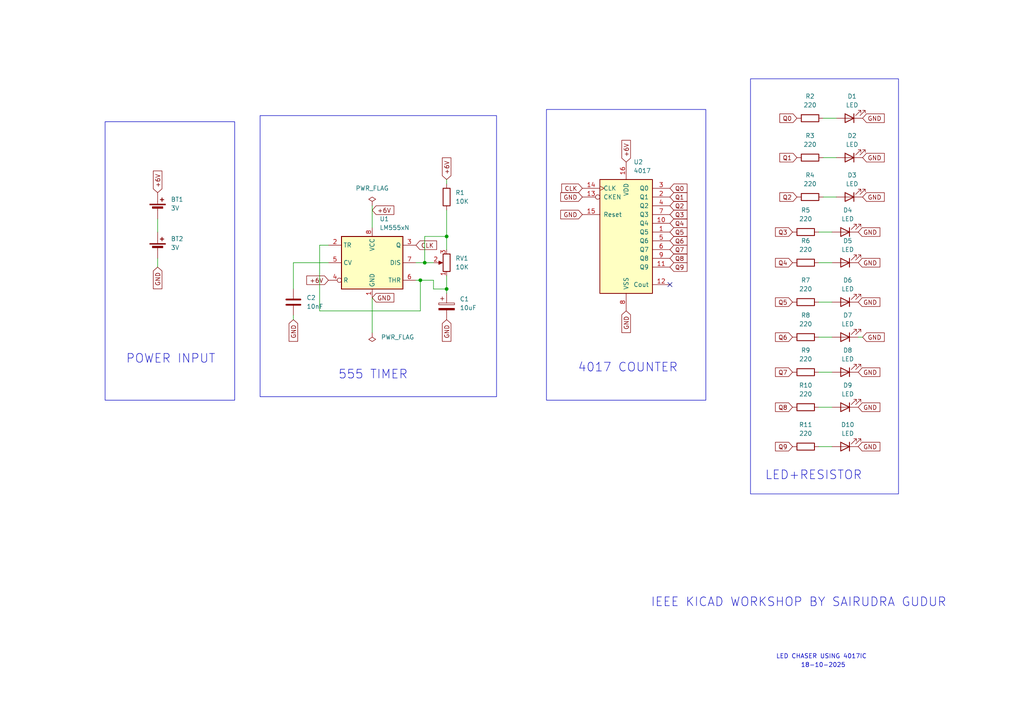
<source format=kicad_sch>
(kicad_sch
	(version 20250114)
	(generator "eeschema")
	(generator_version "9.0")
	(uuid "6d604aa5-6b09-41a4-ad13-b0037b736530")
	(paper "A4")
	(lib_symbols
		(symbol "4xxx:4017"
			(pin_names
				(offset 1.016)
			)
			(exclude_from_sim no)
			(in_bom yes)
			(on_board yes)
			(property "Reference" "U"
				(at -7.62 16.51 0)
				(effects
					(font
						(size 1.27 1.27)
					)
				)
			)
			(property "Value" "4017"
				(at -7.62 -19.05 0)
				(effects
					(font
						(size 1.27 1.27)
					)
				)
			)
			(property "Footprint" ""
				(at 0 0 0)
				(effects
					(font
						(size 1.27 1.27)
					)
					(hide yes)
				)
			)
			(property "Datasheet" "http://www.intersil.com/content/dam/Intersil/documents/cd40/cd4017bms-22bms.pdf"
				(at 0 0 0)
				(effects
					(font
						(size 1.27 1.27)
					)
					(hide yes)
				)
			)
			(property "Description" "Johnson Counter ( 10 outputs )"
				(at 0 0 0)
				(effects
					(font
						(size 1.27 1.27)
					)
					(hide yes)
				)
			)
			(property "ki_locked" ""
				(at 0 0 0)
				(effects
					(font
						(size 1.27 1.27)
					)
				)
			)
			(property "ki_keywords" "CNT CNT10"
				(at 0 0 0)
				(effects
					(font
						(size 1.27 1.27)
					)
					(hide yes)
				)
			)
			(property "ki_fp_filters" "DIP?16*"
				(at 0 0 0)
				(effects
					(font
						(size 1.27 1.27)
					)
					(hide yes)
				)
			)
			(symbol "4017_1_0"
				(pin input clock
					(at -12.7 12.7 0)
					(length 5.08)
					(name "CLK"
						(effects
							(font
								(size 1.27 1.27)
							)
						)
					)
					(number "14"
						(effects
							(font
								(size 1.27 1.27)
							)
						)
					)
				)
				(pin input inverted
					(at -12.7 10.16 0)
					(length 5.08)
					(name "CKEN"
						(effects
							(font
								(size 1.27 1.27)
							)
						)
					)
					(number "13"
						(effects
							(font
								(size 1.27 1.27)
							)
						)
					)
				)
				(pin input line
					(at -12.7 5.08 0)
					(length 5.08)
					(name "Reset"
						(effects
							(font
								(size 1.27 1.27)
							)
						)
					)
					(number "15"
						(effects
							(font
								(size 1.27 1.27)
							)
						)
					)
				)
				(pin power_in line
					(at 0 20.32 270)
					(length 5.08)
					(name "VDD"
						(effects
							(font
								(size 1.27 1.27)
							)
						)
					)
					(number "16"
						(effects
							(font
								(size 1.27 1.27)
							)
						)
					)
				)
				(pin power_in line
					(at 0 -22.86 90)
					(length 5.08)
					(name "VSS"
						(effects
							(font
								(size 1.27 1.27)
							)
						)
					)
					(number "8"
						(effects
							(font
								(size 1.27 1.27)
							)
						)
					)
				)
				(pin output line
					(at 12.7 12.7 180)
					(length 5.08)
					(name "Q0"
						(effects
							(font
								(size 1.27 1.27)
							)
						)
					)
					(number "3"
						(effects
							(font
								(size 1.27 1.27)
							)
						)
					)
				)
				(pin output line
					(at 12.7 10.16 180)
					(length 5.08)
					(name "Q1"
						(effects
							(font
								(size 1.27 1.27)
							)
						)
					)
					(number "2"
						(effects
							(font
								(size 1.27 1.27)
							)
						)
					)
				)
				(pin output line
					(at 12.7 7.62 180)
					(length 5.08)
					(name "Q2"
						(effects
							(font
								(size 1.27 1.27)
							)
						)
					)
					(number "4"
						(effects
							(font
								(size 1.27 1.27)
							)
						)
					)
				)
				(pin output line
					(at 12.7 5.08 180)
					(length 5.08)
					(name "Q3"
						(effects
							(font
								(size 1.27 1.27)
							)
						)
					)
					(number "7"
						(effects
							(font
								(size 1.27 1.27)
							)
						)
					)
				)
				(pin output line
					(at 12.7 2.54 180)
					(length 5.08)
					(name "Q4"
						(effects
							(font
								(size 1.27 1.27)
							)
						)
					)
					(number "10"
						(effects
							(font
								(size 1.27 1.27)
							)
						)
					)
				)
				(pin output line
					(at 12.7 0 180)
					(length 5.08)
					(name "Q5"
						(effects
							(font
								(size 1.27 1.27)
							)
						)
					)
					(number "1"
						(effects
							(font
								(size 1.27 1.27)
							)
						)
					)
				)
				(pin output line
					(at 12.7 -2.54 180)
					(length 5.08)
					(name "Q6"
						(effects
							(font
								(size 1.27 1.27)
							)
						)
					)
					(number "5"
						(effects
							(font
								(size 1.27 1.27)
							)
						)
					)
				)
				(pin output line
					(at 12.7 -5.08 180)
					(length 5.08)
					(name "Q7"
						(effects
							(font
								(size 1.27 1.27)
							)
						)
					)
					(number "6"
						(effects
							(font
								(size 1.27 1.27)
							)
						)
					)
				)
				(pin output line
					(at 12.7 -7.62 180)
					(length 5.08)
					(name "Q8"
						(effects
							(font
								(size 1.27 1.27)
							)
						)
					)
					(number "9"
						(effects
							(font
								(size 1.27 1.27)
							)
						)
					)
				)
				(pin output line
					(at 12.7 -10.16 180)
					(length 5.08)
					(name "Q9"
						(effects
							(font
								(size 1.27 1.27)
							)
						)
					)
					(number "11"
						(effects
							(font
								(size 1.27 1.27)
							)
						)
					)
				)
				(pin output line
					(at 12.7 -15.24 180)
					(length 5.08)
					(name "Cout"
						(effects
							(font
								(size 1.27 1.27)
							)
						)
					)
					(number "12"
						(effects
							(font
								(size 1.27 1.27)
							)
						)
					)
				)
			)
			(symbol "4017_1_1"
				(rectangle
					(start -7.62 15.24)
					(end 7.62 -17.78)
					(stroke
						(width 0.254)
						(type default)
					)
					(fill
						(type background)
					)
				)
			)
			(embedded_fonts no)
		)
		(symbol "Device:Battery_Cell"
			(pin_numbers
				(hide yes)
			)
			(pin_names
				(offset 0)
				(hide yes)
			)
			(exclude_from_sim no)
			(in_bom yes)
			(on_board yes)
			(property "Reference" "BT"
				(at 2.54 2.54 0)
				(effects
					(font
						(size 1.27 1.27)
					)
					(justify left)
				)
			)
			(property "Value" "Battery_Cell"
				(at 2.54 0 0)
				(effects
					(font
						(size 1.27 1.27)
					)
					(justify left)
				)
			)
			(property "Footprint" ""
				(at 0 1.524 90)
				(effects
					(font
						(size 1.27 1.27)
					)
					(hide yes)
				)
			)
			(property "Datasheet" "~"
				(at 0 1.524 90)
				(effects
					(font
						(size 1.27 1.27)
					)
					(hide yes)
				)
			)
			(property "Description" "Single-cell battery"
				(at 0 0 0)
				(effects
					(font
						(size 1.27 1.27)
					)
					(hide yes)
				)
			)
			(property "ki_keywords" "battery cell"
				(at 0 0 0)
				(effects
					(font
						(size 1.27 1.27)
					)
					(hide yes)
				)
			)
			(symbol "Battery_Cell_0_1"
				(rectangle
					(start -2.286 1.778)
					(end 2.286 1.524)
					(stroke
						(width 0)
						(type default)
					)
					(fill
						(type outline)
					)
				)
				(rectangle
					(start -1.524 1.016)
					(end 1.524 0.508)
					(stroke
						(width 0)
						(type default)
					)
					(fill
						(type outline)
					)
				)
				(polyline
					(pts
						(xy 0 1.778) (xy 0 2.54)
					)
					(stroke
						(width 0)
						(type default)
					)
					(fill
						(type none)
					)
				)
				(polyline
					(pts
						(xy 0 0.762) (xy 0 0)
					)
					(stroke
						(width 0)
						(type default)
					)
					(fill
						(type none)
					)
				)
				(polyline
					(pts
						(xy 0.762 3.048) (xy 1.778 3.048)
					)
					(stroke
						(width 0.254)
						(type default)
					)
					(fill
						(type none)
					)
				)
				(polyline
					(pts
						(xy 1.27 3.556) (xy 1.27 2.54)
					)
					(stroke
						(width 0.254)
						(type default)
					)
					(fill
						(type none)
					)
				)
			)
			(symbol "Battery_Cell_1_1"
				(pin passive line
					(at 0 5.08 270)
					(length 2.54)
					(name "+"
						(effects
							(font
								(size 1.27 1.27)
							)
						)
					)
					(number "1"
						(effects
							(font
								(size 1.27 1.27)
							)
						)
					)
				)
				(pin passive line
					(at 0 -2.54 90)
					(length 2.54)
					(name "-"
						(effects
							(font
								(size 1.27 1.27)
							)
						)
					)
					(number "2"
						(effects
							(font
								(size 1.27 1.27)
							)
						)
					)
				)
			)
			(embedded_fonts no)
		)
		(symbol "Device:C"
			(pin_numbers
				(hide yes)
			)
			(pin_names
				(offset 0.254)
			)
			(exclude_from_sim no)
			(in_bom yes)
			(on_board yes)
			(property "Reference" "C"
				(at 0.635 2.54 0)
				(effects
					(font
						(size 1.27 1.27)
					)
					(justify left)
				)
			)
			(property "Value" "C"
				(at 0.635 -2.54 0)
				(effects
					(font
						(size 1.27 1.27)
					)
					(justify left)
				)
			)
			(property "Footprint" ""
				(at 0.9652 -3.81 0)
				(effects
					(font
						(size 1.27 1.27)
					)
					(hide yes)
				)
			)
			(property "Datasheet" "~"
				(at 0 0 0)
				(effects
					(font
						(size 1.27 1.27)
					)
					(hide yes)
				)
			)
			(property "Description" "Unpolarized capacitor"
				(at 0 0 0)
				(effects
					(font
						(size 1.27 1.27)
					)
					(hide yes)
				)
			)
			(property "ki_keywords" "cap capacitor"
				(at 0 0 0)
				(effects
					(font
						(size 1.27 1.27)
					)
					(hide yes)
				)
			)
			(property "ki_fp_filters" "C_*"
				(at 0 0 0)
				(effects
					(font
						(size 1.27 1.27)
					)
					(hide yes)
				)
			)
			(symbol "C_0_1"
				(polyline
					(pts
						(xy -2.032 0.762) (xy 2.032 0.762)
					)
					(stroke
						(width 0.508)
						(type default)
					)
					(fill
						(type none)
					)
				)
				(polyline
					(pts
						(xy -2.032 -0.762) (xy 2.032 -0.762)
					)
					(stroke
						(width 0.508)
						(type default)
					)
					(fill
						(type none)
					)
				)
			)
			(symbol "C_1_1"
				(pin passive line
					(at 0 3.81 270)
					(length 2.794)
					(name "~"
						(effects
							(font
								(size 1.27 1.27)
							)
						)
					)
					(number "1"
						(effects
							(font
								(size 1.27 1.27)
							)
						)
					)
				)
				(pin passive line
					(at 0 -3.81 90)
					(length 2.794)
					(name "~"
						(effects
							(font
								(size 1.27 1.27)
							)
						)
					)
					(number "2"
						(effects
							(font
								(size 1.27 1.27)
							)
						)
					)
				)
			)
			(embedded_fonts no)
		)
		(symbol "Device:C_Polarized"
			(pin_numbers
				(hide yes)
			)
			(pin_names
				(offset 0.254)
			)
			(exclude_from_sim no)
			(in_bom yes)
			(on_board yes)
			(property "Reference" "C"
				(at 0.635 2.54 0)
				(effects
					(font
						(size 1.27 1.27)
					)
					(justify left)
				)
			)
			(property "Value" "C_Polarized"
				(at 0.635 -2.54 0)
				(effects
					(font
						(size 1.27 1.27)
					)
					(justify left)
				)
			)
			(property "Footprint" ""
				(at 0.9652 -3.81 0)
				(effects
					(font
						(size 1.27 1.27)
					)
					(hide yes)
				)
			)
			(property "Datasheet" "~"
				(at 0 0 0)
				(effects
					(font
						(size 1.27 1.27)
					)
					(hide yes)
				)
			)
			(property "Description" "Polarized capacitor"
				(at 0 0 0)
				(effects
					(font
						(size 1.27 1.27)
					)
					(hide yes)
				)
			)
			(property "ki_keywords" "cap capacitor"
				(at 0 0 0)
				(effects
					(font
						(size 1.27 1.27)
					)
					(hide yes)
				)
			)
			(property "ki_fp_filters" "CP_*"
				(at 0 0 0)
				(effects
					(font
						(size 1.27 1.27)
					)
					(hide yes)
				)
			)
			(symbol "C_Polarized_0_1"
				(rectangle
					(start -2.286 0.508)
					(end 2.286 1.016)
					(stroke
						(width 0)
						(type default)
					)
					(fill
						(type none)
					)
				)
				(polyline
					(pts
						(xy -1.778 2.286) (xy -0.762 2.286)
					)
					(stroke
						(width 0)
						(type default)
					)
					(fill
						(type none)
					)
				)
				(polyline
					(pts
						(xy -1.27 2.794) (xy -1.27 1.778)
					)
					(stroke
						(width 0)
						(type default)
					)
					(fill
						(type none)
					)
				)
				(rectangle
					(start 2.286 -0.508)
					(end -2.286 -1.016)
					(stroke
						(width 0)
						(type default)
					)
					(fill
						(type outline)
					)
				)
			)
			(symbol "C_Polarized_1_1"
				(pin passive line
					(at 0 3.81 270)
					(length 2.794)
					(name "~"
						(effects
							(font
								(size 1.27 1.27)
							)
						)
					)
					(number "1"
						(effects
							(font
								(size 1.27 1.27)
							)
						)
					)
				)
				(pin passive line
					(at 0 -3.81 90)
					(length 2.794)
					(name "~"
						(effects
							(font
								(size 1.27 1.27)
							)
						)
					)
					(number "2"
						(effects
							(font
								(size 1.27 1.27)
							)
						)
					)
				)
			)
			(embedded_fonts no)
		)
		(symbol "Device:LED"
			(pin_numbers
				(hide yes)
			)
			(pin_names
				(offset 1.016)
				(hide yes)
			)
			(exclude_from_sim no)
			(in_bom yes)
			(on_board yes)
			(property "Reference" "D"
				(at 0 2.54 0)
				(effects
					(font
						(size 1.27 1.27)
					)
				)
			)
			(property "Value" "LED"
				(at 0 -2.54 0)
				(effects
					(font
						(size 1.27 1.27)
					)
				)
			)
			(property "Footprint" ""
				(at 0 0 0)
				(effects
					(font
						(size 1.27 1.27)
					)
					(hide yes)
				)
			)
			(property "Datasheet" "~"
				(at 0 0 0)
				(effects
					(font
						(size 1.27 1.27)
					)
					(hide yes)
				)
			)
			(property "Description" "Light emitting diode"
				(at 0 0 0)
				(effects
					(font
						(size 1.27 1.27)
					)
					(hide yes)
				)
			)
			(property "Sim.Pins" "1=K 2=A"
				(at 0 0 0)
				(effects
					(font
						(size 1.27 1.27)
					)
					(hide yes)
				)
			)
			(property "ki_keywords" "LED diode"
				(at 0 0 0)
				(effects
					(font
						(size 1.27 1.27)
					)
					(hide yes)
				)
			)
			(property "ki_fp_filters" "LED* LED_SMD:* LED_THT:*"
				(at 0 0 0)
				(effects
					(font
						(size 1.27 1.27)
					)
					(hide yes)
				)
			)
			(symbol "LED_0_1"
				(polyline
					(pts
						(xy -3.048 -0.762) (xy -4.572 -2.286) (xy -3.81 -2.286) (xy -4.572 -2.286) (xy -4.572 -1.524)
					)
					(stroke
						(width 0)
						(type default)
					)
					(fill
						(type none)
					)
				)
				(polyline
					(pts
						(xy -1.778 -0.762) (xy -3.302 -2.286) (xy -2.54 -2.286) (xy -3.302 -2.286) (xy -3.302 -1.524)
					)
					(stroke
						(width 0)
						(type default)
					)
					(fill
						(type none)
					)
				)
				(polyline
					(pts
						(xy -1.27 0) (xy 1.27 0)
					)
					(stroke
						(width 0)
						(type default)
					)
					(fill
						(type none)
					)
				)
				(polyline
					(pts
						(xy -1.27 -1.27) (xy -1.27 1.27)
					)
					(stroke
						(width 0.254)
						(type default)
					)
					(fill
						(type none)
					)
				)
				(polyline
					(pts
						(xy 1.27 -1.27) (xy 1.27 1.27) (xy -1.27 0) (xy 1.27 -1.27)
					)
					(stroke
						(width 0.254)
						(type default)
					)
					(fill
						(type none)
					)
				)
			)
			(symbol "LED_1_1"
				(pin passive line
					(at -3.81 0 0)
					(length 2.54)
					(name "K"
						(effects
							(font
								(size 1.27 1.27)
							)
						)
					)
					(number "1"
						(effects
							(font
								(size 1.27 1.27)
							)
						)
					)
				)
				(pin passive line
					(at 3.81 0 180)
					(length 2.54)
					(name "A"
						(effects
							(font
								(size 1.27 1.27)
							)
						)
					)
					(number "2"
						(effects
							(font
								(size 1.27 1.27)
							)
						)
					)
				)
			)
			(embedded_fonts no)
		)
		(symbol "Device:R"
			(pin_numbers
				(hide yes)
			)
			(pin_names
				(offset 0)
			)
			(exclude_from_sim no)
			(in_bom yes)
			(on_board yes)
			(property "Reference" "R"
				(at 2.032 0 90)
				(effects
					(font
						(size 1.27 1.27)
					)
				)
			)
			(property "Value" "R"
				(at 0 0 90)
				(effects
					(font
						(size 1.27 1.27)
					)
				)
			)
			(property "Footprint" ""
				(at -1.778 0 90)
				(effects
					(font
						(size 1.27 1.27)
					)
					(hide yes)
				)
			)
			(property "Datasheet" "~"
				(at 0 0 0)
				(effects
					(font
						(size 1.27 1.27)
					)
					(hide yes)
				)
			)
			(property "Description" "Resistor"
				(at 0 0 0)
				(effects
					(font
						(size 1.27 1.27)
					)
					(hide yes)
				)
			)
			(property "ki_keywords" "R res resistor"
				(at 0 0 0)
				(effects
					(font
						(size 1.27 1.27)
					)
					(hide yes)
				)
			)
			(property "ki_fp_filters" "R_*"
				(at 0 0 0)
				(effects
					(font
						(size 1.27 1.27)
					)
					(hide yes)
				)
			)
			(symbol "R_0_1"
				(rectangle
					(start -1.016 -2.54)
					(end 1.016 2.54)
					(stroke
						(width 0.254)
						(type default)
					)
					(fill
						(type none)
					)
				)
			)
			(symbol "R_1_1"
				(pin passive line
					(at 0 3.81 270)
					(length 1.27)
					(name "~"
						(effects
							(font
								(size 1.27 1.27)
							)
						)
					)
					(number "1"
						(effects
							(font
								(size 1.27 1.27)
							)
						)
					)
				)
				(pin passive line
					(at 0 -3.81 90)
					(length 1.27)
					(name "~"
						(effects
							(font
								(size 1.27 1.27)
							)
						)
					)
					(number "2"
						(effects
							(font
								(size 1.27 1.27)
							)
						)
					)
				)
			)
			(embedded_fonts no)
		)
		(symbol "Device:R_Potentiometer"
			(pin_names
				(offset 1.016)
				(hide yes)
			)
			(exclude_from_sim no)
			(in_bom yes)
			(on_board yes)
			(property "Reference" "RV"
				(at -4.445 0 90)
				(effects
					(font
						(size 1.27 1.27)
					)
				)
			)
			(property "Value" "R_Potentiometer"
				(at -2.54 0 90)
				(effects
					(font
						(size 1.27 1.27)
					)
				)
			)
			(property "Footprint" ""
				(at 0 0 0)
				(effects
					(font
						(size 1.27 1.27)
					)
					(hide yes)
				)
			)
			(property "Datasheet" "~"
				(at 0 0 0)
				(effects
					(font
						(size 1.27 1.27)
					)
					(hide yes)
				)
			)
			(property "Description" "Potentiometer"
				(at 0 0 0)
				(effects
					(font
						(size 1.27 1.27)
					)
					(hide yes)
				)
			)
			(property "ki_keywords" "resistor variable"
				(at 0 0 0)
				(effects
					(font
						(size 1.27 1.27)
					)
					(hide yes)
				)
			)
			(property "ki_fp_filters" "Potentiometer*"
				(at 0 0 0)
				(effects
					(font
						(size 1.27 1.27)
					)
					(hide yes)
				)
			)
			(symbol "R_Potentiometer_0_1"
				(rectangle
					(start 1.016 2.54)
					(end -1.016 -2.54)
					(stroke
						(width 0.254)
						(type default)
					)
					(fill
						(type none)
					)
				)
				(polyline
					(pts
						(xy 1.143 0) (xy 2.286 0.508) (xy 2.286 -0.508) (xy 1.143 0)
					)
					(stroke
						(width 0)
						(type default)
					)
					(fill
						(type outline)
					)
				)
				(polyline
					(pts
						(xy 2.54 0) (xy 1.524 0)
					)
					(stroke
						(width 0)
						(type default)
					)
					(fill
						(type none)
					)
				)
			)
			(symbol "R_Potentiometer_1_1"
				(pin passive line
					(at 0 3.81 270)
					(length 1.27)
					(name "1"
						(effects
							(font
								(size 1.27 1.27)
							)
						)
					)
					(number "1"
						(effects
							(font
								(size 1.27 1.27)
							)
						)
					)
				)
				(pin passive line
					(at 0 -3.81 90)
					(length 1.27)
					(name "3"
						(effects
							(font
								(size 1.27 1.27)
							)
						)
					)
					(number "3"
						(effects
							(font
								(size 1.27 1.27)
							)
						)
					)
				)
				(pin passive line
					(at 3.81 0 180)
					(length 1.27)
					(name "2"
						(effects
							(font
								(size 1.27 1.27)
							)
						)
					)
					(number "2"
						(effects
							(font
								(size 1.27 1.27)
							)
						)
					)
				)
			)
			(embedded_fonts no)
		)
		(symbol "Timer:LM555xN"
			(exclude_from_sim no)
			(in_bom yes)
			(on_board yes)
			(property "Reference" "U"
				(at -10.16 8.89 0)
				(effects
					(font
						(size 1.27 1.27)
					)
					(justify left)
				)
			)
			(property "Value" "LM555xN"
				(at 2.54 8.89 0)
				(effects
					(font
						(size 1.27 1.27)
					)
					(justify left)
				)
			)
			(property "Footprint" "Package_DIP:DIP-8_W7.62mm"
				(at 16.51 -10.16 0)
				(effects
					(font
						(size 1.27 1.27)
					)
					(hide yes)
				)
			)
			(property "Datasheet" "http://www.ti.com/lit/ds/symlink/lm555.pdf"
				(at 21.59 -10.16 0)
				(effects
					(font
						(size 1.27 1.27)
					)
					(hide yes)
				)
			)
			(property "Description" "Timer, 555 compatible, PDIP-8"
				(at 0 0 0)
				(effects
					(font
						(size 1.27 1.27)
					)
					(hide yes)
				)
			)
			(property "ki_keywords" "single timer 555"
				(at 0 0 0)
				(effects
					(font
						(size 1.27 1.27)
					)
					(hide yes)
				)
			)
			(property "ki_fp_filters" "DIP*W7.62mm*"
				(at 0 0 0)
				(effects
					(font
						(size 1.27 1.27)
					)
					(hide yes)
				)
			)
			(symbol "LM555xN_0_0"
				(pin power_in line
					(at 0 10.16 270)
					(length 2.54)
					(name "VCC"
						(effects
							(font
								(size 1.27 1.27)
							)
						)
					)
					(number "8"
						(effects
							(font
								(size 1.27 1.27)
							)
						)
					)
				)
				(pin power_in line
					(at 0 -10.16 90)
					(length 2.54)
					(name "GND"
						(effects
							(font
								(size 1.27 1.27)
							)
						)
					)
					(number "1"
						(effects
							(font
								(size 1.27 1.27)
							)
						)
					)
				)
			)
			(symbol "LM555xN_0_1"
				(rectangle
					(start -8.89 -7.62)
					(end 8.89 7.62)
					(stroke
						(width 0.254)
						(type default)
					)
					(fill
						(type background)
					)
				)
				(rectangle
					(start -8.89 -7.62)
					(end 8.89 7.62)
					(stroke
						(width 0.254)
						(type default)
					)
					(fill
						(type background)
					)
				)
			)
			(symbol "LM555xN_1_1"
				(pin input line
					(at -12.7 5.08 0)
					(length 3.81)
					(name "TR"
						(effects
							(font
								(size 1.27 1.27)
							)
						)
					)
					(number "2"
						(effects
							(font
								(size 1.27 1.27)
							)
						)
					)
				)
				(pin input line
					(at -12.7 0 0)
					(length 3.81)
					(name "CV"
						(effects
							(font
								(size 1.27 1.27)
							)
						)
					)
					(number "5"
						(effects
							(font
								(size 1.27 1.27)
							)
						)
					)
				)
				(pin input inverted
					(at -12.7 -5.08 0)
					(length 3.81)
					(name "R"
						(effects
							(font
								(size 1.27 1.27)
							)
						)
					)
					(number "4"
						(effects
							(font
								(size 1.27 1.27)
							)
						)
					)
				)
				(pin output line
					(at 12.7 5.08 180)
					(length 3.81)
					(name "Q"
						(effects
							(font
								(size 1.27 1.27)
							)
						)
					)
					(number "3"
						(effects
							(font
								(size 1.27 1.27)
							)
						)
					)
				)
				(pin input line
					(at 12.7 0 180)
					(length 3.81)
					(name "DIS"
						(effects
							(font
								(size 1.27 1.27)
							)
						)
					)
					(number "7"
						(effects
							(font
								(size 1.27 1.27)
							)
						)
					)
				)
				(pin input line
					(at 12.7 -5.08 180)
					(length 3.81)
					(name "THR"
						(effects
							(font
								(size 1.27 1.27)
							)
						)
					)
					(number "6"
						(effects
							(font
								(size 1.27 1.27)
							)
						)
					)
				)
			)
			(embedded_fonts no)
		)
		(symbol "power:PWR_FLAG"
			(power)
			(pin_numbers
				(hide yes)
			)
			(pin_names
				(offset 0)
				(hide yes)
			)
			(exclude_from_sim no)
			(in_bom yes)
			(on_board yes)
			(property "Reference" "#FLG"
				(at 0 1.905 0)
				(effects
					(font
						(size 1.27 1.27)
					)
					(hide yes)
				)
			)
			(property "Value" "PWR_FLAG"
				(at 0 3.81 0)
				(effects
					(font
						(size 1.27 1.27)
					)
				)
			)
			(property "Footprint" ""
				(at 0 0 0)
				(effects
					(font
						(size 1.27 1.27)
					)
					(hide yes)
				)
			)
			(property "Datasheet" "~"
				(at 0 0 0)
				(effects
					(font
						(size 1.27 1.27)
					)
					(hide yes)
				)
			)
			(property "Description" "Special symbol for telling ERC where power comes from"
				(at 0 0 0)
				(effects
					(font
						(size 1.27 1.27)
					)
					(hide yes)
				)
			)
			(property "ki_keywords" "flag power"
				(at 0 0 0)
				(effects
					(font
						(size 1.27 1.27)
					)
					(hide yes)
				)
			)
			(symbol "PWR_FLAG_0_0"
				(pin power_out line
					(at 0 0 90)
					(length 0)
					(name "~"
						(effects
							(font
								(size 1.27 1.27)
							)
						)
					)
					(number "1"
						(effects
							(font
								(size 1.27 1.27)
							)
						)
					)
				)
			)
			(symbol "PWR_FLAG_0_1"
				(polyline
					(pts
						(xy 0 0) (xy 0 1.27) (xy -1.016 1.905) (xy 0 2.54) (xy 1.016 1.905) (xy 0 1.27)
					)
					(stroke
						(width 0)
						(type default)
					)
					(fill
						(type none)
					)
				)
			)
			(embedded_fonts no)
		)
	)
	(rectangle
		(start 217.678 22.86)
		(end 260.604 143.256)
		(stroke
			(width 0)
			(type default)
		)
		(fill
			(type none)
		)
		(uuid 22a6b140-7216-4a31-8d6b-bc81a29b2380)
	)
	(rectangle
		(start 158.496 31.75)
		(end 204.724 116.078)
		(stroke
			(width 0)
			(type default)
		)
		(fill
			(type none)
		)
		(uuid 3a52d017-ee67-4242-8695-3a9bd27a3eae)
	)
	(rectangle
		(start 30.48 35.306)
		(end 68.072 116.078)
		(stroke
			(width 0)
			(type default)
		)
		(fill
			(type none)
		)
		(uuid 3c2daeda-902a-4f68-96a7-d6a466240ff2)
	)
	(rectangle
		(start 75.438 33.528)
		(end 144.018 115.062)
		(stroke
			(width 0)
			(type default)
		)
		(fill
			(type none)
		)
		(uuid 6706b684-9508-44e6-b749-127c36cb478c)
	)
	(text "POWER INPUT"
		(exclude_from_sim no)
		(at 49.53 104.14 0)
		(effects
			(font
				(size 2.54 2.54)
			)
		)
		(uuid "347ba88c-0bdb-438e-9e16-7b68ba0a8341")
	)
	(text "18-10-2025"
		(exclude_from_sim no)
		(at 238.76 193.04 0)
		(effects
			(font
				(size 1.27 1.27)
			)
		)
		(uuid "38b35811-da51-4043-89f9-72a0c6f26c40")
	)
	(text "LED+RESISTOR"
		(exclude_from_sim no)
		(at 235.966 137.922 0)
		(effects
			(font
				(size 2.54 2.54)
			)
		)
		(uuid "7a73175e-4724-4a70-8fd3-a190c84feb97")
	)
	(text "IEEE KICAD WORKSHOP BY SAIRUDRA GUDUR"
		(exclude_from_sim no)
		(at 231.648 174.752 0)
		(effects
			(font
				(size 2.54 2.54)
			)
		)
		(uuid "a009d166-9009-4f3c-8896-610bc778cc41")
	)
	(text "LED CHASER USING 4017IC\n"
		(exclude_from_sim no)
		(at 238.252 190.5 0)
		(effects
			(font
				(size 1.27 1.27)
			)
		)
		(uuid "bdb5d9a5-e945-4821-8c77-457a80273642")
	)
	(text "555 TIMER"
		(exclude_from_sim no)
		(at 108.204 108.712 0)
		(effects
			(font
				(size 2.54 2.54)
			)
		)
		(uuid "cf3ac08d-1fce-423d-b1f0-a18c0fd02810")
	)
	(text "4017 COUNTER"
		(exclude_from_sim no)
		(at 182.118 106.68 0)
		(effects
			(font
				(size 2.54 2.54)
			)
		)
		(uuid "dbe65144-f2cf-4ed5-bfe5-447f9974da27")
	)
	(junction
		(at 123.19 76.2)
		(diameter 0)
		(color 0 0 0 0)
		(uuid "526e50be-95c6-445b-b649-7ac559504757")
	)
	(junction
		(at 129.54 83.82)
		(diameter 0)
		(color 0 0 0 0)
		(uuid "52761d97-eec7-45a2-a76e-dedb2be6897f")
	)
	(junction
		(at 121.92 81.28)
		(diameter 0)
		(color 0 0 0 0)
		(uuid "96929595-7190-463d-8333-7035bef994bf")
	)
	(junction
		(at 129.54 68.58)
		(diameter 0)
		(color 0 0 0 0)
		(uuid "ba57a37f-f4a4-49f5-b79d-ccbdc9acb8c8")
	)
	(no_connect
		(at 194.31 82.55)
		(uuid "2c4d5f67-1944-4b78-9aca-d1d1bf8ba6fa")
	)
	(wire
		(pts
			(xy 237.49 87.63) (xy 241.3 87.63)
		)
		(stroke
			(width 0)
			(type default)
		)
		(uuid "0d8380a5-09d9-4996-bfac-07b55c650f27")
	)
	(wire
		(pts
			(xy 121.92 81.28) (xy 125.73 81.28)
		)
		(stroke
			(width 0)
			(type default)
		)
		(uuid "117f59e2-c4ee-4f5c-bf8f-fa71ec0dbc78")
	)
	(wire
		(pts
			(xy 95.25 76.2) (xy 85.09 76.2)
		)
		(stroke
			(width 0)
			(type default)
		)
		(uuid "2283e692-2bbf-4ef0-9b52-a8b6f6eeb783")
	)
	(wire
		(pts
			(xy 237.49 76.2) (xy 241.3 76.2)
		)
		(stroke
			(width 0)
			(type default)
		)
		(uuid "28c6fa23-58e6-4461-b292-d8ef4383844f")
	)
	(wire
		(pts
			(xy 237.49 107.95) (xy 241.3 107.95)
		)
		(stroke
			(width 0)
			(type default)
		)
		(uuid "2f42be8a-558a-4a6c-8f5d-6dd2e1b97682")
	)
	(wire
		(pts
			(xy 237.49 118.11) (xy 241.3 118.11)
		)
		(stroke
			(width 0)
			(type default)
		)
		(uuid "312c455d-7193-485a-b982-ff6a27cea713")
	)
	(wire
		(pts
			(xy 129.54 80.01) (xy 129.54 83.82)
		)
		(stroke
			(width 0)
			(type default)
		)
		(uuid "32fcdf89-014c-4822-b791-48fa37ff778f")
	)
	(wire
		(pts
			(xy 92.71 71.12) (xy 92.71 90.17)
		)
		(stroke
			(width 0)
			(type default)
		)
		(uuid "3f21b365-533b-46f7-87e4-df7de61ce207")
	)
	(wire
		(pts
			(xy 125.73 83.82) (xy 129.54 83.82)
		)
		(stroke
			(width 0)
			(type default)
		)
		(uuid "55fc1019-667e-45cb-802d-bc34e0d2abe5")
	)
	(wire
		(pts
			(xy 237.49 67.31) (xy 241.3 67.31)
		)
		(stroke
			(width 0)
			(type default)
		)
		(uuid "5e5dcae7-acc4-4254-8595-40b299db550e")
	)
	(wire
		(pts
			(xy 129.54 60.96) (xy 129.54 68.58)
		)
		(stroke
			(width 0)
			(type default)
		)
		(uuid "62f8e819-1c9c-4297-aa0b-9230bcbe6a1c")
	)
	(wire
		(pts
			(xy 237.49 129.54) (xy 241.3 129.54)
		)
		(stroke
			(width 0)
			(type default)
		)
		(uuid "6d901ef1-8792-4be2-b236-92275b322722")
	)
	(wire
		(pts
			(xy 238.76 34.29) (xy 242.57 34.29)
		)
		(stroke
			(width 0)
			(type default)
		)
		(uuid "6ef531cb-6869-41c3-84c0-bc371f58ad45")
	)
	(wire
		(pts
			(xy 92.71 90.17) (xy 121.92 90.17)
		)
		(stroke
			(width 0)
			(type default)
		)
		(uuid "7be8a8f0-773a-4552-82ef-9947edac6eda")
	)
	(wire
		(pts
			(xy 248.92 97.79) (xy 250.19 97.79)
		)
		(stroke
			(width 0)
			(type default)
		)
		(uuid "86360cf3-0c18-461e-a3d6-cbc89fa2289b")
	)
	(wire
		(pts
			(xy 125.73 81.28) (xy 125.73 83.82)
		)
		(stroke
			(width 0)
			(type default)
		)
		(uuid "887d53aa-1ed1-4a52-8ac8-d01d4409c55c")
	)
	(wire
		(pts
			(xy 85.09 76.2) (xy 85.09 83.82)
		)
		(stroke
			(width 0)
			(type default)
		)
		(uuid "8b1d7bd2-f078-4b3e-b459-c597524e8b6d")
	)
	(wire
		(pts
			(xy 121.92 81.28) (xy 121.92 90.17)
		)
		(stroke
			(width 0)
			(type default)
		)
		(uuid "8b1f3137-45a6-4c0f-b347-4b91863264c3")
	)
	(wire
		(pts
			(xy 45.72 74.93) (xy 45.72 77.47)
		)
		(stroke
			(width 0)
			(type default)
		)
		(uuid "9b6ea1fb-57c5-438b-a7dc-fbac50e4bc31")
	)
	(wire
		(pts
			(xy 107.95 59.69) (xy 107.95 66.04)
		)
		(stroke
			(width 0)
			(type default)
		)
		(uuid "9fe4476b-fbcb-4807-98dc-de1236ae3dce")
	)
	(wire
		(pts
			(xy 238.76 57.15) (xy 242.57 57.15)
		)
		(stroke
			(width 0)
			(type default)
		)
		(uuid "a47ab49f-dee6-4ca4-a046-35263be36d48")
	)
	(wire
		(pts
			(xy 238.76 45.72) (xy 242.57 45.72)
		)
		(stroke
			(width 0)
			(type default)
		)
		(uuid "a99b7b2e-5b66-4f83-9213-2637e38f3656")
	)
	(wire
		(pts
			(xy 129.54 83.82) (xy 129.54 85.09)
		)
		(stroke
			(width 0)
			(type default)
		)
		(uuid "ae715f18-f049-49ec-aa3b-6f81b802f229")
	)
	(wire
		(pts
			(xy 123.19 76.2) (xy 125.73 76.2)
		)
		(stroke
			(width 0)
			(type default)
		)
		(uuid "b0bac778-987a-4595-85fd-efdd421c9e25")
	)
	(wire
		(pts
			(xy 107.95 86.36) (xy 107.95 96.52)
		)
		(stroke
			(width 0)
			(type default)
		)
		(uuid "b3ca162c-ed36-4157-a08d-eb7341291744")
	)
	(wire
		(pts
			(xy 237.49 97.79) (xy 241.3 97.79)
		)
		(stroke
			(width 0)
			(type default)
		)
		(uuid "b5f576fa-5c63-4198-b792-d11fe212a52c")
	)
	(wire
		(pts
			(xy 95.25 71.12) (xy 92.71 71.12)
		)
		(stroke
			(width 0)
			(type default)
		)
		(uuid "b6bacce7-58ec-44bf-96dc-535e6c02effe")
	)
	(wire
		(pts
			(xy 123.19 68.58) (xy 129.54 68.58)
		)
		(stroke
			(width 0)
			(type default)
		)
		(uuid "bc06445e-0c20-4590-aff9-8dea1c3b4c0e")
	)
	(wire
		(pts
			(xy 45.72 63.5) (xy 45.72 67.31)
		)
		(stroke
			(width 0)
			(type default)
		)
		(uuid "c24e0ebd-2df2-4e26-ab7f-e04880f6bf33")
	)
	(wire
		(pts
			(xy 129.54 53.34) (xy 129.54 52.07)
		)
		(stroke
			(width 0)
			(type default)
		)
		(uuid "ccf1c0dd-e7db-481f-8952-67c78a1af962")
	)
	(wire
		(pts
			(xy 129.54 68.58) (xy 129.54 72.39)
		)
		(stroke
			(width 0)
			(type default)
		)
		(uuid "d6564899-758a-467d-9b18-7fc924b36831")
	)
	(wire
		(pts
			(xy 123.19 76.2) (xy 123.19 68.58)
		)
		(stroke
			(width 0)
			(type default)
		)
		(uuid "d91bd8d9-2ebf-45f0-a255-11758486ad30")
	)
	(wire
		(pts
			(xy 85.09 91.44) (xy 85.09 92.71)
		)
		(stroke
			(width 0)
			(type default)
		)
		(uuid "ed1deb2f-1976-4083-9ec9-26e1043180a3")
	)
	(wire
		(pts
			(xy 120.65 76.2) (xy 123.19 76.2)
		)
		(stroke
			(width 0)
			(type default)
		)
		(uuid "f1478573-e2a1-44db-aeff-741adef8207c")
	)
	(wire
		(pts
			(xy 120.65 81.28) (xy 121.92 81.28)
		)
		(stroke
			(width 0)
			(type default)
		)
		(uuid "fcb3b8da-6e82-48e9-a89f-256470cad3d4")
	)
	(global_label "Q7"
		(shape input)
		(at 194.31 72.39 0)
		(fields_autoplaced yes)
		(effects
			(font
				(size 1.27 1.27)
			)
			(justify left)
		)
		(uuid "02859871-488b-4339-afb7-da99d3353b4b")
		(property "Intersheetrefs" "${INTERSHEET_REFS}"
			(at 199.8352 72.39 0)
			(effects
				(font
					(size 1.27 1.27)
				)
				(justify left)
				(hide yes)
			)
		)
	)
	(global_label "Q4"
		(shape input)
		(at 229.87 76.2 180)
		(fields_autoplaced yes)
		(effects
			(font
				(size 1.27 1.27)
			)
			(justify right)
		)
		(uuid "04c0544f-9ee2-417e-bb5f-61fb148040da")
		(property "Intersheetrefs" "${INTERSHEET_REFS}"
			(at 224.3448 76.2 0)
			(effects
				(font
					(size 1.27 1.27)
				)
				(justify right)
				(hide yes)
			)
		)
	)
	(global_label "Q3"
		(shape input)
		(at 229.87 67.31 180)
		(fields_autoplaced yes)
		(effects
			(font
				(size 1.27 1.27)
			)
			(justify right)
		)
		(uuid "0d3144e2-8017-4e4f-acef-6377f59a67ee")
		(property "Intersheetrefs" "${INTERSHEET_REFS}"
			(at 224.3448 67.31 0)
			(effects
				(font
					(size 1.27 1.27)
				)
				(justify right)
				(hide yes)
			)
		)
	)
	(global_label "GND"
		(shape input)
		(at 45.72 77.47 270)
		(fields_autoplaced yes)
		(effects
			(font
				(size 1.27 1.27)
			)
			(justify right)
		)
		(uuid "0f259ba5-a464-40cc-ab60-c992420dae90")
		(property "Intersheetrefs" "${INTERSHEET_REFS}"
			(at 45.72 84.3257 90)
			(effects
				(font
					(size 1.27 1.27)
				)
				(justify right)
				(hide yes)
			)
		)
	)
	(global_label "Q2"
		(shape input)
		(at 194.31 59.69 0)
		(fields_autoplaced yes)
		(effects
			(font
				(size 1.27 1.27)
			)
			(justify left)
		)
		(uuid "1035b44b-2855-49be-8b9a-93addfc94bff")
		(property "Intersheetrefs" "${INTERSHEET_REFS}"
			(at 199.8352 59.69 0)
			(effects
				(font
					(size 1.27 1.27)
				)
				(justify left)
				(hide yes)
			)
		)
	)
	(global_label "GND"
		(shape input)
		(at 250.19 34.29 0)
		(fields_autoplaced yes)
		(effects
			(font
				(size 1.27 1.27)
			)
			(justify left)
		)
		(uuid "1039cc4c-0ae2-4a9a-aa58-4e08ffdd4e5a")
		(property "Intersheetrefs" "${INTERSHEET_REFS}"
			(at 257.0457 34.29 0)
			(effects
				(font
					(size 1.27 1.27)
				)
				(justify left)
				(hide yes)
			)
		)
	)
	(global_label "GND"
		(shape input)
		(at 129.54 92.71 270)
		(fields_autoplaced yes)
		(effects
			(font
				(size 1.27 1.27)
			)
			(justify right)
		)
		(uuid "17557589-4530-4acf-9d03-f192aafd009f")
		(property "Intersheetrefs" "${INTERSHEET_REFS}"
			(at 129.54 99.5657 90)
			(effects
				(font
					(size 1.27 1.27)
				)
				(justify right)
				(hide yes)
			)
		)
	)
	(global_label "+6V"
		(shape input)
		(at 45.72 55.88 90)
		(fields_autoplaced yes)
		(effects
			(font
				(size 1.27 1.27)
			)
			(justify left)
		)
		(uuid "2ba7b179-b2de-4dd8-a0b2-3c20bc4e9c60")
		(property "Intersheetrefs" "${INTERSHEET_REFS}"
			(at 45.72 49.0243 90)
			(effects
				(font
					(size 1.27 1.27)
				)
				(justify left)
				(hide yes)
			)
		)
	)
	(global_label "+6V"
		(shape input)
		(at 95.25 81.28 180)
		(fields_autoplaced yes)
		(effects
			(font
				(size 1.27 1.27)
			)
			(justify right)
		)
		(uuid "2bbc8baf-ff16-429c-9d5a-83245423ac6c")
		(property "Intersheetrefs" "${INTERSHEET_REFS}"
			(at 88.3943 81.28 0)
			(effects
				(font
					(size 1.27 1.27)
				)
				(justify right)
				(hide yes)
			)
		)
	)
	(global_label "GND"
		(shape input)
		(at 250.19 45.72 0)
		(fields_autoplaced yes)
		(effects
			(font
				(size 1.27 1.27)
			)
			(justify left)
		)
		(uuid "2f54a62f-a057-4fda-8db1-90207fd36eb5")
		(property "Intersheetrefs" "${INTERSHEET_REFS}"
			(at 257.0457 45.72 0)
			(effects
				(font
					(size 1.27 1.27)
				)
				(justify left)
				(hide yes)
			)
		)
	)
	(global_label "GND"
		(shape input)
		(at 168.91 62.23 180)
		(fields_autoplaced yes)
		(effects
			(font
				(size 1.27 1.27)
			)
			(justify right)
		)
		(uuid "34198f4d-e112-4862-930d-d0a4079840bb")
		(property "Intersheetrefs" "${INTERSHEET_REFS}"
			(at 162.0543 62.23 0)
			(effects
				(font
					(size 1.27 1.27)
				)
				(justify right)
				(hide yes)
			)
		)
	)
	(global_label "Q2"
		(shape input)
		(at 231.14 57.15 180)
		(fields_autoplaced yes)
		(effects
			(font
				(size 1.27 1.27)
			)
			(justify right)
		)
		(uuid "365336bb-ebb2-4c70-89c4-7ed870bec651")
		(property "Intersheetrefs" "${INTERSHEET_REFS}"
			(at 225.6148 57.15 0)
			(effects
				(font
					(size 1.27 1.27)
				)
				(justify right)
				(hide yes)
			)
		)
	)
	(global_label "Q6"
		(shape input)
		(at 229.87 97.79 180)
		(fields_autoplaced yes)
		(effects
			(font
				(size 1.27 1.27)
			)
			(justify right)
		)
		(uuid "3727f322-2cf3-4ed3-abae-b7aeef20770f")
		(property "Intersheetrefs" "${INTERSHEET_REFS}"
			(at 224.3448 97.79 0)
			(effects
				(font
					(size 1.27 1.27)
				)
				(justify right)
				(hide yes)
			)
		)
	)
	(global_label "+6V"
		(shape input)
		(at 107.95 60.96 0)
		(fields_autoplaced yes)
		(effects
			(font
				(size 1.27 1.27)
			)
			(justify left)
		)
		(uuid "4510170f-eeb6-4264-89cb-55960536f801")
		(property "Intersheetrefs" "${INTERSHEET_REFS}"
			(at 114.8057 60.96 0)
			(effects
				(font
					(size 1.27 1.27)
				)
				(justify left)
				(hide yes)
			)
		)
	)
	(global_label "+6V"
		(shape input)
		(at 129.54 52.07 90)
		(fields_autoplaced yes)
		(effects
			(font
				(size 1.27 1.27)
			)
			(justify left)
		)
		(uuid "54e83408-85c9-48b0-a64a-917715acb58f")
		(property "Intersheetrefs" "${INTERSHEET_REFS}"
			(at 129.54 45.2143 90)
			(effects
				(font
					(size 1.27 1.27)
				)
				(justify left)
				(hide yes)
			)
		)
	)
	(global_label "GND"
		(shape input)
		(at 181.61 90.17 270)
		(fields_autoplaced yes)
		(effects
			(font
				(size 1.27 1.27)
			)
			(justify right)
		)
		(uuid "5b439292-d762-40bf-a33e-363a255e1445")
		(property "Intersheetrefs" "${INTERSHEET_REFS}"
			(at 181.61 97.0257 90)
			(effects
				(font
					(size 1.27 1.27)
				)
				(justify right)
				(hide yes)
			)
		)
	)
	(global_label "GND"
		(shape input)
		(at 248.92 87.63 0)
		(fields_autoplaced yes)
		(effects
			(font
				(size 1.27 1.27)
			)
			(justify left)
		)
		(uuid "5ff7731b-854b-4888-91f1-14ecf6e8c93e")
		(property "Intersheetrefs" "${INTERSHEET_REFS}"
			(at 255.7757 87.63 0)
			(effects
				(font
					(size 1.27 1.27)
				)
				(justify left)
				(hide yes)
			)
		)
	)
	(global_label "Q1"
		(shape input)
		(at 231.14 45.72 180)
		(fields_autoplaced yes)
		(effects
			(font
				(size 1.27 1.27)
			)
			(justify right)
		)
		(uuid "61af123e-cf90-425c-afd9-fe135ad4dff5")
		(property "Intersheetrefs" "${INTERSHEET_REFS}"
			(at 225.6148 45.72 0)
			(effects
				(font
					(size 1.27 1.27)
				)
				(justify right)
				(hide yes)
			)
		)
	)
	(global_label "Q1"
		(shape input)
		(at 194.31 57.15 0)
		(fields_autoplaced yes)
		(effects
			(font
				(size 1.27 1.27)
			)
			(justify left)
		)
		(uuid "6f48c902-d4c2-403f-bfbf-ab3724fc102a")
		(property "Intersheetrefs" "${INTERSHEET_REFS}"
			(at 199.8352 57.15 0)
			(effects
				(font
					(size 1.27 1.27)
				)
				(justify left)
				(hide yes)
			)
		)
	)
	(global_label "GND"
		(shape input)
		(at 85.09 92.71 270)
		(fields_autoplaced yes)
		(effects
			(font
				(size 1.27 1.27)
			)
			(justify right)
		)
		(uuid "6f8b5094-d191-44ed-be49-3392e6ceca60")
		(property "Intersheetrefs" "${INTERSHEET_REFS}"
			(at 85.09 99.5657 90)
			(effects
				(font
					(size 1.27 1.27)
				)
				(justify right)
				(hide yes)
			)
		)
	)
	(global_label "GND"
		(shape input)
		(at 248.92 118.11 0)
		(fields_autoplaced yes)
		(effects
			(font
				(size 1.27 1.27)
			)
			(justify left)
		)
		(uuid "7ce4e62b-274a-44c8-bb88-ab55201b40f6")
		(property "Intersheetrefs" "${INTERSHEET_REFS}"
			(at 255.7757 118.11 0)
			(effects
				(font
					(size 1.27 1.27)
				)
				(justify left)
				(hide yes)
			)
		)
	)
	(global_label "GND"
		(shape input)
		(at 248.92 107.95 0)
		(fields_autoplaced yes)
		(effects
			(font
				(size 1.27 1.27)
			)
			(justify left)
		)
		(uuid "8288e0b2-755e-4a97-92a8-ec5f8c7fb9a8")
		(property "Intersheetrefs" "${INTERSHEET_REFS}"
			(at 255.7757 107.95 0)
			(effects
				(font
					(size 1.27 1.27)
				)
				(justify left)
				(hide yes)
			)
		)
	)
	(global_label "CLK"
		(shape input)
		(at 120.65 71.12 0)
		(fields_autoplaced yes)
		(effects
			(font
				(size 1.27 1.27)
			)
			(justify left)
		)
		(uuid "9b06d2a4-cdb0-4c5f-93f5-39fbd52a7d12")
		(property "Intersheetrefs" "${INTERSHEET_REFS}"
			(at 127.2033 71.12 0)
			(effects
				(font
					(size 1.27 1.27)
				)
				(justify left)
				(hide yes)
			)
		)
	)
	(global_label "Q7"
		(shape input)
		(at 229.87 107.95 180)
		(fields_autoplaced yes)
		(effects
			(font
				(size 1.27 1.27)
			)
			(justify right)
		)
		(uuid "9b671d30-2a46-43b6-ba87-2f1f603cb38f")
		(property "Intersheetrefs" "${INTERSHEET_REFS}"
			(at 224.3448 107.95 0)
			(effects
				(font
					(size 1.27 1.27)
				)
				(justify right)
				(hide yes)
			)
		)
	)
	(global_label "GND"
		(shape input)
		(at 248.92 76.2 0)
		(fields_autoplaced yes)
		(effects
			(font
				(size 1.27 1.27)
			)
			(justify left)
		)
		(uuid "9ebc8966-827e-446a-b39f-1121d8399266")
		(property "Intersheetrefs" "${INTERSHEET_REFS}"
			(at 255.7757 76.2 0)
			(effects
				(font
					(size 1.27 1.27)
				)
				(justify left)
				(hide yes)
			)
		)
	)
	(global_label "Q3"
		(shape input)
		(at 194.31 62.23 0)
		(fields_autoplaced yes)
		(effects
			(font
				(size 1.27 1.27)
			)
			(justify left)
		)
		(uuid "9ec6d04c-fc05-4bac-bf45-78e3866cd08c")
		(property "Intersheetrefs" "${INTERSHEET_REFS}"
			(at 199.8352 62.23 0)
			(effects
				(font
					(size 1.27 1.27)
				)
				(justify left)
				(hide yes)
			)
		)
	)
	(global_label "Q8"
		(shape input)
		(at 194.31 74.93 0)
		(fields_autoplaced yes)
		(effects
			(font
				(size 1.27 1.27)
			)
			(justify left)
		)
		(uuid "a7cd3b78-f039-4d15-aaa8-5ef35a96a4d5")
		(property "Intersheetrefs" "${INTERSHEET_REFS}"
			(at 199.8352 74.93 0)
			(effects
				(font
					(size 1.27 1.27)
				)
				(justify left)
				(hide yes)
			)
		)
	)
	(global_label "Q5"
		(shape input)
		(at 229.87 87.63 180)
		(fields_autoplaced yes)
		(effects
			(font
				(size 1.27 1.27)
			)
			(justify right)
		)
		(uuid "ad2d846c-66ca-409d-96a6-d8b00f89f6cf")
		(property "Intersheetrefs" "${INTERSHEET_REFS}"
			(at 224.3448 87.63 0)
			(effects
				(font
					(size 1.27 1.27)
				)
				(justify right)
				(hide yes)
			)
		)
	)
	(global_label "GND"
		(shape input)
		(at 248.92 67.31 0)
		(fields_autoplaced yes)
		(effects
			(font
				(size 1.27 1.27)
			)
			(justify left)
		)
		(uuid "ae8b9f8d-eda6-4ea7-8fff-63bb86719db9")
		(property "Intersheetrefs" "${INTERSHEET_REFS}"
			(at 255.7757 67.31 0)
			(effects
				(font
					(size 1.27 1.27)
				)
				(justify left)
				(hide yes)
			)
		)
	)
	(global_label "GND"
		(shape input)
		(at 250.19 97.79 0)
		(fields_autoplaced yes)
		(effects
			(font
				(size 1.27 1.27)
			)
			(justify left)
		)
		(uuid "b5456062-7c1f-4020-86c4-f51c47ea6a93")
		(property "Intersheetrefs" "${INTERSHEET_REFS}"
			(at 257.0457 97.79 0)
			(effects
				(font
					(size 1.27 1.27)
				)
				(justify left)
				(hide yes)
			)
		)
	)
	(global_label "+6V"
		(shape input)
		(at 181.61 46.99 90)
		(fields_autoplaced yes)
		(effects
			(font
				(size 1.27 1.27)
			)
			(justify left)
		)
		(uuid "bbcdecc1-7651-4b67-8634-b56e7350c875")
		(property "Intersheetrefs" "${INTERSHEET_REFS}"
			(at 181.61 40.1343 90)
			(effects
				(font
					(size 1.27 1.27)
				)
				(justify left)
				(hide yes)
			)
		)
	)
	(global_label "Q4"
		(shape input)
		(at 194.31 64.77 0)
		(fields_autoplaced yes)
		(effects
			(font
				(size 1.27 1.27)
			)
			(justify left)
		)
		(uuid "bda6ac27-ecc8-4f20-b10d-a79e7d046c00")
		(property "Intersheetrefs" "${INTERSHEET_REFS}"
			(at 199.8352 64.77 0)
			(effects
				(font
					(size 1.27 1.27)
				)
				(justify left)
				(hide yes)
			)
		)
	)
	(global_label "GND"
		(shape input)
		(at 248.92 129.54 0)
		(fields_autoplaced yes)
		(effects
			(font
				(size 1.27 1.27)
			)
			(justify left)
		)
		(uuid "c8077d54-a6cc-449d-8054-399ef808b8bf")
		(property "Intersheetrefs" "${INTERSHEET_REFS}"
			(at 255.7757 129.54 0)
			(effects
				(font
					(size 1.27 1.27)
				)
				(justify left)
				(hide yes)
			)
		)
	)
	(global_label "Q0"
		(shape input)
		(at 194.31 54.61 0)
		(fields_autoplaced yes)
		(effects
			(font
				(size 1.27 1.27)
			)
			(justify left)
		)
		(uuid "cd7e8b61-7317-445d-9e9c-96cac595fecc")
		(property "Intersheetrefs" "${INTERSHEET_REFS}"
			(at 199.8352 54.61 0)
			(effects
				(font
					(size 1.27 1.27)
				)
				(justify left)
				(hide yes)
			)
		)
	)
	(global_label "Q5"
		(shape input)
		(at 194.31 67.31 0)
		(fields_autoplaced yes)
		(effects
			(font
				(size 1.27 1.27)
			)
			(justify left)
		)
		(uuid "ce8f394f-f019-42fe-9c0d-84246a9da3bf")
		(property "Intersheetrefs" "${INTERSHEET_REFS}"
			(at 199.8352 67.31 0)
			(effects
				(font
					(size 1.27 1.27)
				)
				(justify left)
				(hide yes)
			)
		)
	)
	(global_label "GND"
		(shape input)
		(at 107.95 86.36 0)
		(fields_autoplaced yes)
		(effects
			(font
				(size 1.27 1.27)
			)
			(justify left)
		)
		(uuid "cf2612d5-9c88-4344-9dac-7f61c5d98e45")
		(property "Intersheetrefs" "${INTERSHEET_REFS}"
			(at 114.8057 86.36 0)
			(effects
				(font
					(size 1.27 1.27)
				)
				(justify left)
				(hide yes)
			)
		)
	)
	(global_label "Q9"
		(shape input)
		(at 229.87 129.54 180)
		(fields_autoplaced yes)
		(effects
			(font
				(size 1.27 1.27)
			)
			(justify right)
		)
		(uuid "d14948b2-f293-4956-94af-c9a1a027a813")
		(property "Intersheetrefs" "${INTERSHEET_REFS}"
			(at 224.3448 129.54 0)
			(effects
				(font
					(size 1.27 1.27)
				)
				(justify right)
				(hide yes)
			)
		)
	)
	(global_label "Q0"
		(shape input)
		(at 231.14 34.29 180)
		(fields_autoplaced yes)
		(effects
			(font
				(size 1.27 1.27)
			)
			(justify right)
		)
		(uuid "e2033ed8-412f-4d83-9990-290bf64f9d6b")
		(property "Intersheetrefs" "${INTERSHEET_REFS}"
			(at 225.6148 34.29 0)
			(effects
				(font
					(size 1.27 1.27)
				)
				(justify right)
				(hide yes)
			)
		)
	)
	(global_label "GND"
		(shape input)
		(at 250.19 57.15 0)
		(fields_autoplaced yes)
		(effects
			(font
				(size 1.27 1.27)
			)
			(justify left)
		)
		(uuid "e2b459a2-90b4-462f-b358-ec5827a0b8aa")
		(property "Intersheetrefs" "${INTERSHEET_REFS}"
			(at 257.0457 57.15 0)
			(effects
				(font
					(size 1.27 1.27)
				)
				(justify left)
				(hide yes)
			)
		)
	)
	(global_label "Q8"
		(shape input)
		(at 229.87 118.11 180)
		(fields_autoplaced yes)
		(effects
			(font
				(size 1.27 1.27)
			)
			(justify right)
		)
		(uuid "ef21cd57-9841-4ad2-96be-419d0b31f817")
		(property "Intersheetrefs" "${INTERSHEET_REFS}"
			(at 224.3448 118.11 0)
			(effects
				(font
					(size 1.27 1.27)
				)
				(justify right)
				(hide yes)
			)
		)
	)
	(global_label "Q9"
		(shape input)
		(at 194.31 77.47 0)
		(fields_autoplaced yes)
		(effects
			(font
				(size 1.27 1.27)
			)
			(justify left)
		)
		(uuid "ef9945bd-7840-4263-9f51-c5adcffb8ccd")
		(property "Intersheetrefs" "${INTERSHEET_REFS}"
			(at 199.8352 77.47 0)
			(effects
				(font
					(size 1.27 1.27)
				)
				(justify left)
				(hide yes)
			)
		)
	)
	(global_label "CLK"
		(shape input)
		(at 168.91 54.61 180)
		(fields_autoplaced yes)
		(effects
			(font
				(size 1.27 1.27)
			)
			(justify right)
		)
		(uuid "f0c4bf5d-202a-4183-bdcf-65dfc24f9fd1")
		(property "Intersheetrefs" "${INTERSHEET_REFS}"
			(at 162.3567 54.61 0)
			(effects
				(font
					(size 1.27 1.27)
				)
				(justify right)
				(hide yes)
			)
		)
	)
	(global_label "GND"
		(shape input)
		(at 168.91 57.15 180)
		(fields_autoplaced yes)
		(effects
			(font
				(size 1.27 1.27)
			)
			(justify right)
		)
		(uuid "f3905dd3-50e6-44f6-908d-016b2ff33556")
		(property "Intersheetrefs" "${INTERSHEET_REFS}"
			(at 162.0543 57.15 0)
			(effects
				(font
					(size 1.27 1.27)
				)
				(justify right)
				(hide yes)
			)
		)
	)
	(global_label "Q6"
		(shape input)
		(at 194.31 69.85 0)
		(fields_autoplaced yes)
		(effects
			(font
				(size 1.27 1.27)
			)
			(justify left)
		)
		(uuid "f7e33974-390d-4073-9ff9-1cf6f15320c3")
		(property "Intersheetrefs" "${INTERSHEET_REFS}"
			(at 199.8352 69.85 0)
			(effects
				(font
					(size 1.27 1.27)
				)
				(justify left)
				(hide yes)
			)
		)
	)
	(symbol
		(lib_id "Device:C")
		(at 85.09 87.63 0)
		(unit 1)
		(exclude_from_sim no)
		(in_bom yes)
		(on_board yes)
		(dnp no)
		(fields_autoplaced yes)
		(uuid "0fb4c303-a2fa-45ac-ab5b-069f13d3a84e")
		(property "Reference" "C2"
			(at 88.9 86.3599 0)
			(effects
				(font
					(size 1.27 1.27)
				)
				(justify left)
			)
		)
		(property "Value" "10nF"
			(at 88.9 88.8999 0)
			(effects
				(font
					(size 1.27 1.27)
				)
				(justify left)
			)
		)
		(property "Footprint" "Capacitor_SMD:C_0805_2012Metric"
			(at 86.0552 91.44 0)
			(effects
				(font
					(size 1.27 1.27)
				)
				(hide yes)
			)
		)
		(property "Datasheet" "~"
			(at 85.09 87.63 0)
			(effects
				(font
					(size 1.27 1.27)
				)
				(hide yes)
			)
		)
		(property "Description" "Unpolarized capacitor"
			(at 85.09 87.63 0)
			(effects
				(font
					(size 1.27 1.27)
				)
				(hide yes)
			)
		)
		(pin "1"
			(uuid "5166e37b-61c1-4dea-a0be-0dc3eb952ce4")
		)
		(pin "2"
			(uuid "a61cbd1a-35e1-4f8e-9ae8-20dd2aa352ba")
		)
		(instances
			(project ""
				(path "/6d604aa5-6b09-41a4-ad13-b0037b736530"
					(reference "C2")
					(unit 1)
				)
			)
		)
	)
	(symbol
		(lib_id "Device:Battery_Cell")
		(at 45.72 72.39 0)
		(unit 1)
		(exclude_from_sim no)
		(in_bom yes)
		(on_board yes)
		(dnp no)
		(fields_autoplaced yes)
		(uuid "1946bb3c-7943-4145-beb6-d9ff6e438cd4")
		(property "Reference" "BT2"
			(at 49.53 69.2784 0)
			(effects
				(font
					(size 1.27 1.27)
				)
				(justify left)
			)
		)
		(property "Value" "3V"
			(at 49.53 71.8184 0)
			(effects
				(font
					(size 1.27 1.27)
				)
				(justify left)
			)
		)
		(property "Footprint" "Battery:BatteryHolder_MYOUNG_BS-07-A1BJ001_CR2032"
			(at 45.72 70.866 90)
			(effects
				(font
					(size 1.27 1.27)
				)
				(hide yes)
			)
		)
		(property "Datasheet" "~"
			(at 45.72 70.866 90)
			(effects
				(font
					(size 1.27 1.27)
				)
				(hide yes)
			)
		)
		(property "Description" "Single-cell battery"
			(at 45.72 72.39 0)
			(effects
				(font
					(size 1.27 1.27)
				)
				(hide yes)
			)
		)
		(pin "2"
			(uuid "92e8b6e8-2a7e-4a1b-9320-59f1ba5973f9")
		)
		(pin "1"
			(uuid "9618dd3b-f291-43e5-b725-95bd4133d43a")
		)
		(instances
			(project ""
				(path "/6d604aa5-6b09-41a4-ad13-b0037b736530"
					(reference "BT2")
					(unit 1)
				)
			)
		)
	)
	(symbol
		(lib_id "Device:R")
		(at 234.95 57.15 90)
		(unit 1)
		(exclude_from_sim no)
		(in_bom yes)
		(on_board yes)
		(dnp no)
		(fields_autoplaced yes)
		(uuid "20d6b43c-d69c-47f4-882a-d00fab136e93")
		(property "Reference" "R4"
			(at 234.95 50.8 90)
			(effects
				(font
					(size 1.27 1.27)
				)
			)
		)
		(property "Value" "220"
			(at 234.95 53.34 90)
			(effects
				(font
					(size 1.27 1.27)
				)
			)
		)
		(property "Footprint" "Resistor_THT:R_Axial_DIN0207_L6.3mm_D2.5mm_P10.16mm_Horizontal"
			(at 234.95 58.928 90)
			(effects
				(font
					(size 1.27 1.27)
				)
				(hide yes)
			)
		)
		(property "Datasheet" "~"
			(at 234.95 57.15 0)
			(effects
				(font
					(size 1.27 1.27)
				)
				(hide yes)
			)
		)
		(property "Description" "Resistor"
			(at 234.95 57.15 0)
			(effects
				(font
					(size 1.27 1.27)
				)
				(hide yes)
			)
		)
		(pin "1"
			(uuid "6e8ed946-4ca9-4d51-b8ae-0700bdde59c6")
		)
		(pin "2"
			(uuid "d36508f7-407d-47c2-9995-818b3c53e088")
		)
		(instances
			(project "KICADWORKSHOP_LED_CHASER"
				(path "/6d604aa5-6b09-41a4-ad13-b0037b736530"
					(reference "R4")
					(unit 1)
				)
			)
		)
	)
	(symbol
		(lib_id "Device:R")
		(at 234.95 34.29 90)
		(unit 1)
		(exclude_from_sim no)
		(in_bom yes)
		(on_board yes)
		(dnp no)
		(fields_autoplaced yes)
		(uuid "2918736d-9faf-45e7-a5af-cb978091225a")
		(property "Reference" "R2"
			(at 234.95 27.94 90)
			(effects
				(font
					(size 1.27 1.27)
				)
			)
		)
		(property "Value" "220"
			(at 234.95 30.48 90)
			(effects
				(font
					(size 1.27 1.27)
				)
			)
		)
		(property "Footprint" "Resistor_THT:R_Axial_DIN0207_L6.3mm_D2.5mm_P10.16mm_Horizontal"
			(at 234.95 36.068 90)
			(effects
				(font
					(size 1.27 1.27)
				)
				(hide yes)
			)
		)
		(property "Datasheet" "~"
			(at 234.95 34.29 0)
			(effects
				(font
					(size 1.27 1.27)
				)
				(hide yes)
			)
		)
		(property "Description" "Resistor"
			(at 234.95 34.29 0)
			(effects
				(font
					(size 1.27 1.27)
				)
				(hide yes)
			)
		)
		(pin "1"
			(uuid "c8cbaf04-7dc9-4cb0-b4ba-ec478850f8eb")
		)
		(pin "2"
			(uuid "52d0fd82-90f3-4a98-bdb8-8155b04834d4")
		)
		(instances
			(project ""
				(path "/6d604aa5-6b09-41a4-ad13-b0037b736530"
					(reference "R2")
					(unit 1)
				)
			)
		)
	)
	(symbol
		(lib_id "Device:R")
		(at 233.68 129.54 90)
		(unit 1)
		(exclude_from_sim no)
		(in_bom yes)
		(on_board yes)
		(dnp no)
		(fields_autoplaced yes)
		(uuid "297987c8-84ec-465a-86a8-2d0eab85ffde")
		(property "Reference" "R11"
			(at 233.68 123.19 90)
			(effects
				(font
					(size 1.27 1.27)
				)
			)
		)
		(property "Value" "220"
			(at 233.68 125.73 90)
			(effects
				(font
					(size 1.27 1.27)
				)
			)
		)
		(property "Footprint" "Resistor_SMD:R_0805_2012Metric"
			(at 233.68 131.318 90)
			(effects
				(font
					(size 1.27 1.27)
				)
				(hide yes)
			)
		)
		(property "Datasheet" "~"
			(at 233.68 129.54 0)
			(effects
				(font
					(size 1.27 1.27)
				)
				(hide yes)
			)
		)
		(property "Description" "Resistor"
			(at 233.68 129.54 0)
			(effects
				(font
					(size 1.27 1.27)
				)
				(hide yes)
			)
		)
		(pin "1"
			(uuid "8353d4a9-7a9e-4a64-94fd-8f72fc711281")
		)
		(pin "2"
			(uuid "c353d487-4524-4729-ae80-8f3502668736")
		)
		(instances
			(project "KICADWORKSHOP_LED_CHASER"
				(path "/6d604aa5-6b09-41a4-ad13-b0037b736530"
					(reference "R11")
					(unit 1)
				)
			)
		)
	)
	(symbol
		(lib_id "Device:LED")
		(at 245.11 107.95 180)
		(unit 1)
		(exclude_from_sim no)
		(in_bom yes)
		(on_board yes)
		(dnp no)
		(uuid "2b79fc8a-64b8-4ba8-99c2-a57fa1aedbbd")
		(property "Reference" "D8"
			(at 245.872 101.6 0)
			(effects
				(font
					(size 1.27 1.27)
				)
			)
		)
		(property "Value" "LED"
			(at 245.872 104.14 0)
			(effects
				(font
					(size 1.27 1.27)
				)
			)
		)
		(property "Footprint" "LED_THT:LED_D3.0mm"
			(at 245.11 107.95 0)
			(effects
				(font
					(size 1.27 1.27)
				)
				(hide yes)
			)
		)
		(property "Datasheet" "~"
			(at 245.11 107.95 0)
			(effects
				(font
					(size 1.27 1.27)
				)
				(hide yes)
			)
		)
		(property "Description" "Light emitting diode"
			(at 245.11 107.95 0)
			(effects
				(font
					(size 1.27 1.27)
				)
				(hide yes)
			)
		)
		(property "Sim.Pins" "1=K 2=A"
			(at 245.11 107.95 0)
			(effects
				(font
					(size 1.27 1.27)
				)
				(hide yes)
			)
		)
		(pin "2"
			(uuid "41db4b26-7f71-4249-9f10-83d86cb90b31")
		)
		(pin "1"
			(uuid "8020fb4f-5795-49d6-a60d-a02e4ed281c6")
		)
		(instances
			(project "KICADWORKSHOP_LED_CHASER"
				(path "/6d604aa5-6b09-41a4-ad13-b0037b736530"
					(reference "D8")
					(unit 1)
				)
			)
		)
	)
	(symbol
		(lib_id "Device:C_Polarized")
		(at 129.54 88.9 0)
		(unit 1)
		(exclude_from_sim no)
		(in_bom yes)
		(on_board yes)
		(dnp no)
		(fields_autoplaced yes)
		(uuid "2fb74839-736b-46b3-bde3-5efdabe40d06")
		(property "Reference" "C1"
			(at 133.35 86.7409 0)
			(effects
				(font
					(size 1.27 1.27)
				)
				(justify left)
			)
		)
		(property "Value" "10uF"
			(at 133.35 89.2809 0)
			(effects
				(font
					(size 1.27 1.27)
				)
				(justify left)
			)
		)
		(property "Footprint" "Capacitor_THT:CP_Radial_D4.0mm_P2.00mm"
			(at 130.5052 92.71 0)
			(effects
				(font
					(size 1.27 1.27)
				)
				(hide yes)
			)
		)
		(property "Datasheet" "~"
			(at 129.54 88.9 0)
			(effects
				(font
					(size 1.27 1.27)
				)
				(hide yes)
			)
		)
		(property "Description" "Polarized capacitor"
			(at 129.54 88.9 0)
			(effects
				(font
					(size 1.27 1.27)
				)
				(hide yes)
			)
		)
		(pin "2"
			(uuid "a956a2a3-1b2d-4589-aeec-6dfb6777092f")
		)
		(pin "1"
			(uuid "3fd965d0-f545-46e9-98ce-8807af386e2b")
		)
		(instances
			(project ""
				(path "/6d604aa5-6b09-41a4-ad13-b0037b736530"
					(reference "C1")
					(unit 1)
				)
			)
		)
	)
	(symbol
		(lib_id "Device:LED")
		(at 245.11 97.79 180)
		(unit 1)
		(exclude_from_sim no)
		(in_bom yes)
		(on_board yes)
		(dnp no)
		(uuid "471f1730-d008-4f8f-87f1-9185ddb01268")
		(property "Reference" "D7"
			(at 245.872 91.44 0)
			(effects
				(font
					(size 1.27 1.27)
				)
			)
		)
		(property "Value" "LED"
			(at 245.872 93.98 0)
			(effects
				(font
					(size 1.27 1.27)
				)
			)
		)
		(property "Footprint" "LED_THT:LED_D3.0mm"
			(at 245.11 97.79 0)
			(effects
				(font
					(size 1.27 1.27)
				)
				(hide yes)
			)
		)
		(property "Datasheet" "~"
			(at 245.11 97.79 0)
			(effects
				(font
					(size 1.27 1.27)
				)
				(hide yes)
			)
		)
		(property "Description" "Light emitting diode"
			(at 245.11 97.79 0)
			(effects
				(font
					(size 1.27 1.27)
				)
				(hide yes)
			)
		)
		(property "Sim.Pins" "1=K 2=A"
			(at 245.11 97.79 0)
			(effects
				(font
					(size 1.27 1.27)
				)
				(hide yes)
			)
		)
		(pin "2"
			(uuid "5df995ba-a377-4a53-a12a-d24c882f5480")
		)
		(pin "1"
			(uuid "76a99ea8-cb5b-46a1-a13e-8ab4a81a917d")
		)
		(instances
			(project "KICADWORKSHOP_LED_CHASER"
				(path "/6d604aa5-6b09-41a4-ad13-b0037b736530"
					(reference "D7")
					(unit 1)
				)
			)
		)
	)
	(symbol
		(lib_id "Device:R")
		(at 233.68 76.2 90)
		(unit 1)
		(exclude_from_sim no)
		(in_bom yes)
		(on_board yes)
		(dnp no)
		(fields_autoplaced yes)
		(uuid "500da18a-4091-4e7a-9d09-9b9ff7c2b336")
		(property "Reference" "R6"
			(at 233.68 69.85 90)
			(effects
				(font
					(size 1.27 1.27)
				)
			)
		)
		(property "Value" "220"
			(at 233.68 72.39 90)
			(effects
				(font
					(size 1.27 1.27)
				)
			)
		)
		(property "Footprint" "Resistor_THT:R_Axial_DIN0207_L6.3mm_D2.5mm_P10.16mm_Horizontal"
			(at 233.68 77.978 90)
			(effects
				(font
					(size 1.27 1.27)
				)
				(hide yes)
			)
		)
		(property "Datasheet" "~"
			(at 233.68 76.2 0)
			(effects
				(font
					(size 1.27 1.27)
				)
				(hide yes)
			)
		)
		(property "Description" "Resistor"
			(at 233.68 76.2 0)
			(effects
				(font
					(size 1.27 1.27)
				)
				(hide yes)
			)
		)
		(pin "1"
			(uuid "b79b7e06-1586-441b-8b07-626f01a0d4eb")
		)
		(pin "2"
			(uuid "ccb09fb9-49b0-4043-bd38-e119a0f7e974")
		)
		(instances
			(project "KICADWORKSHOP_LED_CHASER"
				(path "/6d604aa5-6b09-41a4-ad13-b0037b736530"
					(reference "R6")
					(unit 1)
				)
			)
		)
	)
	(symbol
		(lib_id "4xxx:4017")
		(at 181.61 67.31 0)
		(unit 1)
		(exclude_from_sim no)
		(in_bom yes)
		(on_board yes)
		(dnp no)
		(fields_autoplaced yes)
		(uuid "5488dde9-a36b-4b8f-94b4-c47b84c16d0e")
		(property "Reference" "U2"
			(at 183.7533 46.99 0)
			(effects
				(font
					(size 1.27 1.27)
				)
				(justify left)
			)
		)
		(property "Value" "4017"
			(at 183.7533 49.53 0)
			(effects
				(font
					(size 1.27 1.27)
				)
				(justify left)
			)
		)
		(property "Footprint" "Package_DIP:DIP-16_W7.62mm"
			(at 181.61 67.31 0)
			(effects
				(font
					(size 1.27 1.27)
				)
				(hide yes)
			)
		)
		(property "Datasheet" "http://www.intersil.com/content/dam/Intersil/documents/cd40/cd4017bms-22bms.pdf"
			(at 181.61 67.31 0)
			(effects
				(font
					(size 1.27 1.27)
				)
				(hide yes)
			)
		)
		(property "Description" "Johnson Counter ( 10 outputs )"
			(at 181.61 67.31 0)
			(effects
				(font
					(size 1.27 1.27)
				)
				(hide yes)
			)
		)
		(pin "4"
			(uuid "d209497f-5a90-445d-b990-00be29eb7886")
		)
		(pin "15"
			(uuid "5cd644a8-6233-40f5-865a-d5190c9553ff")
		)
		(pin "16"
			(uuid "70d8c292-df27-452d-a0d8-e48fb66309da")
		)
		(pin "14"
			(uuid "ec5d4506-8e93-4e83-819e-75edf9ec8440")
		)
		(pin "8"
			(uuid "ffe507a3-80bb-4a66-9936-297eb7ab3dcb")
		)
		(pin "3"
			(uuid "4d919a61-6671-4883-931c-6162fe06cacf")
		)
		(pin "2"
			(uuid "60838ff1-7a88-44bb-b263-06fe6981ec05")
		)
		(pin "7"
			(uuid "e7cc0ea2-064b-4a64-a13c-0451e36fc6fb")
		)
		(pin "10"
			(uuid "e38daa37-7cd1-4a78-86e1-55a5c114dc05")
		)
		(pin "1"
			(uuid "4ae6d855-864f-448a-a0b4-b88c7f8a38df")
		)
		(pin "5"
			(uuid "436431e0-0594-4ab9-80c3-ab2c50783789")
		)
		(pin "13"
			(uuid "07198440-5358-4710-a5e9-28595b617b4a")
		)
		(pin "6"
			(uuid "4ceecef2-ee8d-49c4-9887-d9bdb68cf9f0")
		)
		(pin "9"
			(uuid "a98a27d8-f6c3-48fa-b546-1c41395803fa")
		)
		(pin "11"
			(uuid "3a03cdb3-2386-4f79-8cfb-33fe69da3ae7")
		)
		(pin "12"
			(uuid "f0abc2dd-450e-41f2-b881-437fe628b7c8")
		)
		(instances
			(project ""
				(path "/6d604aa5-6b09-41a4-ad13-b0037b736530"
					(reference "U2")
					(unit 1)
				)
			)
		)
	)
	(symbol
		(lib_id "Device:R")
		(at 233.68 87.63 90)
		(unit 1)
		(exclude_from_sim no)
		(in_bom yes)
		(on_board yes)
		(dnp no)
		(fields_autoplaced yes)
		(uuid "5cbe0836-c1f6-4a93-bf28-5d031d9fe3e3")
		(property "Reference" "R7"
			(at 233.68 81.28 90)
			(effects
				(font
					(size 1.27 1.27)
				)
			)
		)
		(property "Value" "220"
			(at 233.68 83.82 90)
			(effects
				(font
					(size 1.27 1.27)
				)
			)
		)
		(property "Footprint" "Resistor_THT:R_Axial_DIN0207_L6.3mm_D2.5mm_P10.16mm_Horizontal"
			(at 233.68 89.408 90)
			(effects
				(font
					(size 1.27 1.27)
				)
				(hide yes)
			)
		)
		(property "Datasheet" "~"
			(at 233.68 87.63 0)
			(effects
				(font
					(size 1.27 1.27)
				)
				(hide yes)
			)
		)
		(property "Description" "Resistor"
			(at 233.68 87.63 0)
			(effects
				(font
					(size 1.27 1.27)
				)
				(hide yes)
			)
		)
		(pin "1"
			(uuid "ad5f0dc1-e24d-46ec-9464-70c50a057621")
		)
		(pin "2"
			(uuid "e7ea5f96-59fa-47ee-93af-d962f5e21939")
		)
		(instances
			(project "KICADWORKSHOP_LED_CHASER"
				(path "/6d604aa5-6b09-41a4-ad13-b0037b736530"
					(reference "R7")
					(unit 1)
				)
			)
		)
	)
	(symbol
		(lib_id "Device:Battery_Cell")
		(at 45.72 60.96 0)
		(unit 1)
		(exclude_from_sim no)
		(in_bom yes)
		(on_board yes)
		(dnp no)
		(fields_autoplaced yes)
		(uuid "725ff258-8bee-4ef8-b484-447ef3deec66")
		(property "Reference" "BT1"
			(at 49.53 57.8484 0)
			(effects
				(font
					(size 1.27 1.27)
				)
				(justify left)
			)
		)
		(property "Value" "3V"
			(at 49.53 60.3884 0)
			(effects
				(font
					(size 1.27 1.27)
				)
				(justify left)
			)
		)
		(property "Footprint" "Battery:BatteryHolder_MYOUNG_BS-07-A1BJ001_CR2032"
			(at 45.72 59.436 90)
			(effects
				(font
					(size 1.27 1.27)
				)
				(hide yes)
			)
		)
		(property "Datasheet" "~"
			(at 45.72 59.436 90)
			(effects
				(font
					(size 1.27 1.27)
				)
				(hide yes)
			)
		)
		(property "Description" "Single-cell battery"
			(at 45.72 60.96 0)
			(effects
				(font
					(size 1.27 1.27)
				)
				(hide yes)
			)
		)
		(pin "2"
			(uuid "46415f8a-f01d-4233-ba7d-b9c2b020204a")
		)
		(pin "1"
			(uuid "9c360f9c-3f9a-48a9-b828-280b32acb116")
		)
		(instances
			(project ""
				(path "/6d604aa5-6b09-41a4-ad13-b0037b736530"
					(reference "BT1")
					(unit 1)
				)
			)
		)
	)
	(symbol
		(lib_id "Device:LED")
		(at 245.11 118.11 180)
		(unit 1)
		(exclude_from_sim no)
		(in_bom yes)
		(on_board yes)
		(dnp no)
		(uuid "84d1ad3f-5b24-404a-9b36-ecc661d7fe1c")
		(property "Reference" "D9"
			(at 245.872 111.76 0)
			(effects
				(font
					(size 1.27 1.27)
				)
			)
		)
		(property "Value" "LED"
			(at 245.872 114.3 0)
			(effects
				(font
					(size 1.27 1.27)
				)
			)
		)
		(property "Footprint" "LED_THT:LED_D3.0mm"
			(at 245.11 118.11 0)
			(effects
				(font
					(size 1.27 1.27)
				)
				(hide yes)
			)
		)
		(property "Datasheet" "~"
			(at 245.11 118.11 0)
			(effects
				(font
					(size 1.27 1.27)
				)
				(hide yes)
			)
		)
		(property "Description" "Light emitting diode"
			(at 245.11 118.11 0)
			(effects
				(font
					(size 1.27 1.27)
				)
				(hide yes)
			)
		)
		(property "Sim.Pins" "1=K 2=A"
			(at 245.11 118.11 0)
			(effects
				(font
					(size 1.27 1.27)
				)
				(hide yes)
			)
		)
		(pin "2"
			(uuid "dfb32f72-5b43-4ec8-b986-082ea42f061a")
		)
		(pin "1"
			(uuid "92a6cd6e-2801-4aed-b0c0-94a6b78f1410")
		)
		(instances
			(project "KICADWORKSHOP_LED_CHASER"
				(path "/6d604aa5-6b09-41a4-ad13-b0037b736530"
					(reference "D9")
					(unit 1)
				)
			)
		)
	)
	(symbol
		(lib_id "power:PWR_FLAG")
		(at 107.95 59.69 0)
		(unit 1)
		(exclude_from_sim no)
		(in_bom yes)
		(on_board yes)
		(dnp no)
		(fields_autoplaced yes)
		(uuid "8ca810ec-ff1d-423a-a8e7-cd75234a34a4")
		(property "Reference" "#FLG01"
			(at 107.95 57.785 0)
			(effects
				(font
					(size 1.27 1.27)
				)
				(hide yes)
			)
		)
		(property "Value" "PWR_FLAG"
			(at 107.95 54.61 0)
			(effects
				(font
					(size 1.27 1.27)
				)
			)
		)
		(property "Footprint" ""
			(at 107.95 59.69 0)
			(effects
				(font
					(size 1.27 1.27)
				)
				(hide yes)
			)
		)
		(property "Datasheet" "~"
			(at 107.95 59.69 0)
			(effects
				(font
					(size 1.27 1.27)
				)
				(hide yes)
			)
		)
		(property "Description" "Special symbol for telling ERC where power comes from"
			(at 107.95 59.69 0)
			(effects
				(font
					(size 1.27 1.27)
				)
				(hide yes)
			)
		)
		(pin "1"
			(uuid "d96f4830-f020-4660-905a-81af1c04422b")
		)
		(instances
			(project ""
				(path "/6d604aa5-6b09-41a4-ad13-b0037b736530"
					(reference "#FLG01")
					(unit 1)
				)
			)
		)
	)
	(symbol
		(lib_id "Device:R")
		(at 233.68 67.31 90)
		(unit 1)
		(exclude_from_sim no)
		(in_bom yes)
		(on_board yes)
		(dnp no)
		(fields_autoplaced yes)
		(uuid "8ee28542-bf2e-41e3-8c2b-f734fb2f7a9c")
		(property "Reference" "R5"
			(at 233.68 60.96 90)
			(effects
				(font
					(size 1.27 1.27)
				)
			)
		)
		(property "Value" "220"
			(at 233.68 63.5 90)
			(effects
				(font
					(size 1.27 1.27)
				)
			)
		)
		(property "Footprint" "Resistor_THT:R_Axial_DIN0207_L6.3mm_D2.5mm_P10.16mm_Horizontal"
			(at 233.68 69.088 90)
			(effects
				(font
					(size 1.27 1.27)
				)
				(hide yes)
			)
		)
		(property "Datasheet" "~"
			(at 233.68 67.31 0)
			(effects
				(font
					(size 1.27 1.27)
				)
				(hide yes)
			)
		)
		(property "Description" "Resistor"
			(at 233.68 67.31 0)
			(effects
				(font
					(size 1.27 1.27)
				)
				(hide yes)
			)
		)
		(pin "1"
			(uuid "a4965473-4689-40c1-938b-86d8ac12f826")
		)
		(pin "2"
			(uuid "dd218d54-51c6-4a15-8294-fd79a6f34849")
		)
		(instances
			(project "KICADWORKSHOP_LED_CHASER"
				(path "/6d604aa5-6b09-41a4-ad13-b0037b736530"
					(reference "R5")
					(unit 1)
				)
			)
		)
	)
	(symbol
		(lib_id "Device:R")
		(at 233.68 118.11 90)
		(unit 1)
		(exclude_from_sim no)
		(in_bom yes)
		(on_board yes)
		(dnp no)
		(fields_autoplaced yes)
		(uuid "93f768dc-81c9-41ed-9067-393b6674ebb7")
		(property "Reference" "R10"
			(at 233.68 111.76 90)
			(effects
				(font
					(size 1.27 1.27)
				)
			)
		)
		(property "Value" "220"
			(at 233.68 114.3 90)
			(effects
				(font
					(size 1.27 1.27)
				)
			)
		)
		(property "Footprint" "Resistor_THT:R_Axial_DIN0207_L6.3mm_D2.5mm_P10.16mm_Horizontal"
			(at 233.68 119.888 90)
			(effects
				(font
					(size 1.27 1.27)
				)
				(hide yes)
			)
		)
		(property "Datasheet" "~"
			(at 233.68 118.11 0)
			(effects
				(font
					(size 1.27 1.27)
				)
				(hide yes)
			)
		)
		(property "Description" "Resistor"
			(at 233.68 118.11 0)
			(effects
				(font
					(size 1.27 1.27)
				)
				(hide yes)
			)
		)
		(pin "1"
			(uuid "2f708290-d857-4dd9-a408-e1bf59653850")
		)
		(pin "2"
			(uuid "0d93be56-c846-46b0-8c81-545cd5c2a924")
		)
		(instances
			(project "KICADWORKSHOP_LED_CHASER"
				(path "/6d604aa5-6b09-41a4-ad13-b0037b736530"
					(reference "R10")
					(unit 1)
				)
			)
		)
	)
	(symbol
		(lib_id "Device:R")
		(at 233.68 107.95 90)
		(unit 1)
		(exclude_from_sim no)
		(in_bom yes)
		(on_board yes)
		(dnp no)
		(fields_autoplaced yes)
		(uuid "961dd518-55a6-4cb9-93a9-64f072a63357")
		(property "Reference" "R9"
			(at 233.68 101.6 90)
			(effects
				(font
					(size 1.27 1.27)
				)
			)
		)
		(property "Value" "220"
			(at 233.68 104.14 90)
			(effects
				(font
					(size 1.27 1.27)
				)
			)
		)
		(property "Footprint" "Resistor_THT:R_Axial_DIN0207_L6.3mm_D2.5mm_P10.16mm_Horizontal"
			(at 233.68 109.728 90)
			(effects
				(font
					(size 1.27 1.27)
				)
				(hide yes)
			)
		)
		(property "Datasheet" "~"
			(at 233.68 107.95 0)
			(effects
				(font
					(size 1.27 1.27)
				)
				(hide yes)
			)
		)
		(property "Description" "Resistor"
			(at 233.68 107.95 0)
			(effects
				(font
					(size 1.27 1.27)
				)
				(hide yes)
			)
		)
		(pin "1"
			(uuid "b53b8d58-1c21-415c-807b-53b038b9b116")
		)
		(pin "2"
			(uuid "736fbb0d-ca46-466f-a067-cc1d2d47f7e2")
		)
		(instances
			(project "KICADWORKSHOP_LED_CHASER"
				(path "/6d604aa5-6b09-41a4-ad13-b0037b736530"
					(reference "R9")
					(unit 1)
				)
			)
		)
	)
	(symbol
		(lib_id "Timer:LM555xN")
		(at 107.95 76.2 0)
		(unit 1)
		(exclude_from_sim no)
		(in_bom yes)
		(on_board yes)
		(dnp no)
		(fields_autoplaced yes)
		(uuid "99a9c2f6-2760-45f6-b364-7ef2ae4890f1")
		(property "Reference" "U1"
			(at 110.0933 63.5 0)
			(effects
				(font
					(size 1.27 1.27)
				)
				(justify left)
			)
		)
		(property "Value" "LM555xN"
			(at 110.0933 66.04 0)
			(effects
				(font
					(size 1.27 1.27)
				)
				(justify left)
			)
		)
		(property "Footprint" "Package_DIP:DIP-8_W7.62mm"
			(at 124.46 86.36 0)
			(effects
				(font
					(size 1.27 1.27)
				)
				(hide yes)
			)
		)
		(property "Datasheet" "http://www.ti.com/lit/ds/symlink/lm555.pdf"
			(at 129.54 86.36 0)
			(effects
				(font
					(size 1.27 1.27)
				)
				(hide yes)
			)
		)
		(property "Description" "Timer, 555 compatible, PDIP-8"
			(at 107.95 76.2 0)
			(effects
				(font
					(size 1.27 1.27)
				)
				(hide yes)
			)
		)
		(pin "8"
			(uuid "400536b9-3de4-4f20-b349-800823047176")
		)
		(pin "5"
			(uuid "948d2855-091b-4ae0-8f10-2fa849782853")
		)
		(pin "4"
			(uuid "c4b0fdb9-a80e-4203-8c15-4fc967efb155")
		)
		(pin "7"
			(uuid "8a6688f6-13d6-4dd6-9fc8-e82b81879a7c")
		)
		(pin "1"
			(uuid "55951f6d-c338-473d-8319-565eb91ea3a2")
		)
		(pin "2"
			(uuid "d0ea9aa0-67e3-480b-ba2a-b4e198091afe")
		)
		(pin "3"
			(uuid "ea0ae0de-2b27-48fc-b081-6d2ce6efc735")
		)
		(pin "6"
			(uuid "b4bef2f7-a08e-40af-a342-179091445fb2")
		)
		(instances
			(project ""
				(path "/6d604aa5-6b09-41a4-ad13-b0037b736530"
					(reference "U1")
					(unit 1)
				)
			)
		)
	)
	(symbol
		(lib_id "Device:R")
		(at 233.68 97.79 90)
		(unit 1)
		(exclude_from_sim no)
		(in_bom yes)
		(on_board yes)
		(dnp no)
		(fields_autoplaced yes)
		(uuid "a32b402d-c627-490f-8412-de53fe1de7f4")
		(property "Reference" "R8"
			(at 233.68 91.44 90)
			(effects
				(font
					(size 1.27 1.27)
				)
			)
		)
		(property "Value" "220"
			(at 233.68 93.98 90)
			(effects
				(font
					(size 1.27 1.27)
				)
			)
		)
		(property "Footprint" "Resistor_THT:R_Axial_DIN0207_L6.3mm_D2.5mm_P10.16mm_Horizontal"
			(at 233.68 99.568 90)
			(effects
				(font
					(size 1.27 1.27)
				)
				(hide yes)
			)
		)
		(property "Datasheet" "~"
			(at 233.68 97.79 0)
			(effects
				(font
					(size 1.27 1.27)
				)
				(hide yes)
			)
		)
		(property "Description" "Resistor"
			(at 233.68 97.79 0)
			(effects
				(font
					(size 1.27 1.27)
				)
				(hide yes)
			)
		)
		(pin "1"
			(uuid "3a85a178-07d7-45cc-95e4-3b2cbab41b53")
		)
		(pin "2"
			(uuid "23bf1b63-0c24-44cc-a6d7-9812cbc72506")
		)
		(instances
			(project "KICADWORKSHOP_LED_CHASER"
				(path "/6d604aa5-6b09-41a4-ad13-b0037b736530"
					(reference "R8")
					(unit 1)
				)
			)
		)
	)
	(symbol
		(lib_id "Device:LED")
		(at 246.38 57.15 180)
		(unit 1)
		(exclude_from_sim no)
		(in_bom yes)
		(on_board yes)
		(dnp no)
		(uuid "abd25852-accb-4631-88e4-76ceaa57fccc")
		(property "Reference" "D3"
			(at 247.142 50.8 0)
			(effects
				(font
					(size 1.27 1.27)
				)
			)
		)
		(property "Value" "LED"
			(at 247.142 53.34 0)
			(effects
				(font
					(size 1.27 1.27)
				)
			)
		)
		(property "Footprint" "LED_THT:LED_D3.0mm"
			(at 246.38 57.15 0)
			(effects
				(font
					(size 1.27 1.27)
				)
				(hide yes)
			)
		)
		(property "Datasheet" "~"
			(at 246.38 57.15 0)
			(effects
				(font
					(size 1.27 1.27)
				)
				(hide yes)
			)
		)
		(property "Description" "Light emitting diode"
			(at 246.38 57.15 0)
			(effects
				(font
					(size 1.27 1.27)
				)
				(hide yes)
			)
		)
		(property "Sim.Pins" "1=K 2=A"
			(at 246.38 57.15 0)
			(effects
				(font
					(size 1.27 1.27)
				)
				(hide yes)
			)
		)
		(pin "2"
			(uuid "d54d2eaa-c5b2-4732-b75e-da76442f4be4")
		)
		(pin "1"
			(uuid "e1dc2ffa-d579-420c-87f5-41f694bcdd04")
		)
		(instances
			(project "KICADWORKSHOP_LED_CHASER"
				(path "/6d604aa5-6b09-41a4-ad13-b0037b736530"
					(reference "D3")
					(unit 1)
				)
			)
		)
	)
	(symbol
		(lib_id "Device:LED")
		(at 245.11 129.54 180)
		(unit 1)
		(exclude_from_sim no)
		(in_bom yes)
		(on_board yes)
		(dnp no)
		(uuid "ba24773c-ebef-4edd-8e98-2013acc37b57")
		(property "Reference" "D10"
			(at 245.872 123.19 0)
			(effects
				(font
					(size 1.27 1.27)
				)
			)
		)
		(property "Value" "LED"
			(at 245.872 125.73 0)
			(effects
				(font
					(size 1.27 1.27)
				)
			)
		)
		(property "Footprint" "LED_SMD:LED_0805_2012Metric_Pad1.15x1.40mm_HandSolder"
			(at 245.11 129.54 0)
			(effects
				(font
					(size 1.27 1.27)
				)
				(hide yes)
			)
		)
		(property "Datasheet" "~"
			(at 245.11 129.54 0)
			(effects
				(font
					(size 1.27 1.27)
				)
				(hide yes)
			)
		)
		(property "Description" "Light emitting diode"
			(at 245.11 129.54 0)
			(effects
				(font
					(size 1.27 1.27)
				)
				(hide yes)
			)
		)
		(property "Sim.Pins" "1=K 2=A"
			(at 245.11 129.54 0)
			(effects
				(font
					(size 1.27 1.27)
				)
				(hide yes)
			)
		)
		(pin "2"
			(uuid "6084a57b-5f2d-4409-96d7-f10e174d7ff7")
		)
		(pin "1"
			(uuid "6b7b0d22-c5b6-4678-9901-947ba4d20c91")
		)
		(instances
			(project "KICADWORKSHOP_LED_CHASER"
				(path "/6d604aa5-6b09-41a4-ad13-b0037b736530"
					(reference "D10")
					(unit 1)
				)
			)
		)
	)
	(symbol
		(lib_id "Device:LED")
		(at 246.38 34.29 180)
		(unit 1)
		(exclude_from_sim no)
		(in_bom yes)
		(on_board yes)
		(dnp no)
		(uuid "c3213236-f44d-40ac-9243-ba2946b115f7")
		(property "Reference" "D1"
			(at 247.142 27.94 0)
			(effects
				(font
					(size 1.27 1.27)
				)
			)
		)
		(property "Value" "LED"
			(at 247.142 30.48 0)
			(effects
				(font
					(size 1.27 1.27)
				)
			)
		)
		(property "Footprint" "LED_THT:LED_D3.0mm"
			(at 246.38 34.29 0)
			(effects
				(font
					(size 1.27 1.27)
				)
				(hide yes)
			)
		)
		(property "Datasheet" "~"
			(at 246.38 34.29 0)
			(effects
				(font
					(size 1.27 1.27)
				)
				(hide yes)
			)
		)
		(property "Description" "Light emitting diode"
			(at 246.38 34.29 0)
			(effects
				(font
					(size 1.27 1.27)
				)
				(hide yes)
			)
		)
		(property "Sim.Pins" "1=K 2=A"
			(at 246.38 34.29 0)
			(effects
				(font
					(size 1.27 1.27)
				)
				(hide yes)
			)
		)
		(pin "2"
			(uuid "6a7161c0-f46d-47fe-ab68-795aed304c6b")
		)
		(pin "1"
			(uuid "c13f36f4-34af-47e8-a91a-fae43a0a3a4b")
		)
		(instances
			(project ""
				(path "/6d604aa5-6b09-41a4-ad13-b0037b736530"
					(reference "D1")
					(unit 1)
				)
			)
		)
	)
	(symbol
		(lib_id "Device:LED")
		(at 245.11 67.31 180)
		(unit 1)
		(exclude_from_sim no)
		(in_bom yes)
		(on_board yes)
		(dnp no)
		(uuid "c4ba3296-2412-4cad-bc77-a6e3d1c4a648")
		(property "Reference" "D4"
			(at 245.872 60.96 0)
			(effects
				(font
					(size 1.27 1.27)
				)
			)
		)
		(property "Value" "LED"
			(at 245.872 63.5 0)
			(effects
				(font
					(size 1.27 1.27)
				)
			)
		)
		(property "Footprint" "LED_THT:LED_D3.0mm"
			(at 245.11 67.31 0)
			(effects
				(font
					(size 1.27 1.27)
				)
				(hide yes)
			)
		)
		(property "Datasheet" "~"
			(at 245.11 67.31 0)
			(effects
				(font
					(size 1.27 1.27)
				)
				(hide yes)
			)
		)
		(property "Description" "Light emitting diode"
			(at 245.11 67.31 0)
			(effects
				(font
					(size 1.27 1.27)
				)
				(hide yes)
			)
		)
		(property "Sim.Pins" "1=K 2=A"
			(at 245.11 67.31 0)
			(effects
				(font
					(size 1.27 1.27)
				)
				(hide yes)
			)
		)
		(pin "2"
			(uuid "5194ddac-d02e-453b-b52d-9ea18f614d78")
		)
		(pin "1"
			(uuid "119fdbe3-4e8b-445a-956d-8a3e273f8ad9")
		)
		(instances
			(project "KICADWORKSHOP_LED_CHASER"
				(path "/6d604aa5-6b09-41a4-ad13-b0037b736530"
					(reference "D4")
					(unit 1)
				)
			)
		)
	)
	(symbol
		(lib_id "power:PWR_FLAG")
		(at 107.95 96.52 180)
		(unit 1)
		(exclude_from_sim no)
		(in_bom yes)
		(on_board yes)
		(dnp no)
		(fields_autoplaced yes)
		(uuid "c6c79f3a-0f59-470b-b964-57b576c08e80")
		(property "Reference" "#FLG02"
			(at 107.95 98.425 0)
			(effects
				(font
					(size 1.27 1.27)
				)
				(hide yes)
			)
		)
		(property "Value" "PWR_FLAG"
			(at 110.49 97.7899 0)
			(effects
				(font
					(size 1.27 1.27)
				)
				(justify right)
			)
		)
		(property "Footprint" ""
			(at 107.95 96.52 0)
			(effects
				(font
					(size 1.27 1.27)
				)
				(hide yes)
			)
		)
		(property "Datasheet" "~"
			(at 107.95 96.52 0)
			(effects
				(font
					(size 1.27 1.27)
				)
				(hide yes)
			)
		)
		(property "Description" "Special symbol for telling ERC where power comes from"
			(at 107.95 96.52 0)
			(effects
				(font
					(size 1.27 1.27)
				)
				(hide yes)
			)
		)
		(pin "1"
			(uuid "251cb705-fdbe-48cd-a94b-cf565b45a6f9")
		)
		(instances
			(project "KICADWORKSHOP_LED_CHASER"
				(path "/6d604aa5-6b09-41a4-ad13-b0037b736530"
					(reference "#FLG02")
					(unit 1)
				)
			)
		)
	)
	(symbol
		(lib_id "Device:LED")
		(at 245.11 76.2 180)
		(unit 1)
		(exclude_from_sim no)
		(in_bom yes)
		(on_board yes)
		(dnp no)
		(uuid "c94a65db-6ef1-4965-91a7-2757b40e9dfd")
		(property "Reference" "D5"
			(at 245.872 69.85 0)
			(effects
				(font
					(size 1.27 1.27)
				)
			)
		)
		(property "Value" "LED"
			(at 245.872 72.39 0)
			(effects
				(font
					(size 1.27 1.27)
				)
			)
		)
		(property "Footprint" "LED_THT:LED_D3.0mm"
			(at 245.11 76.2 0)
			(effects
				(font
					(size 1.27 1.27)
				)
				(hide yes)
			)
		)
		(property "Datasheet" "~"
			(at 245.11 76.2 0)
			(effects
				(font
					(size 1.27 1.27)
				)
				(hide yes)
			)
		)
		(property "Description" "Light emitting diode"
			(at 245.11 76.2 0)
			(effects
				(font
					(size 1.27 1.27)
				)
				(hide yes)
			)
		)
		(property "Sim.Pins" "1=K 2=A"
			(at 245.11 76.2 0)
			(effects
				(font
					(size 1.27 1.27)
				)
				(hide yes)
			)
		)
		(pin "2"
			(uuid "67104d6c-7885-427d-9a5c-29fc05d54604")
		)
		(pin "1"
			(uuid "3713c841-6bf2-408d-b833-3f2ea995f2c7")
		)
		(instances
			(project "KICADWORKSHOP_LED_CHASER"
				(path "/6d604aa5-6b09-41a4-ad13-b0037b736530"
					(reference "D5")
					(unit 1)
				)
			)
		)
	)
	(symbol
		(lib_id "Device:R_Potentiometer")
		(at 129.54 76.2 180)
		(unit 1)
		(exclude_from_sim no)
		(in_bom yes)
		(on_board yes)
		(dnp no)
		(fields_autoplaced yes)
		(uuid "c99da3a4-2345-43d3-8e84-de306ed7c2c8")
		(property "Reference" "RV1"
			(at 132.08 74.9299 0)
			(effects
				(font
					(size 1.27 1.27)
				)
				(justify right)
			)
		)
		(property "Value" "10K"
			(at 132.08 77.4699 0)
			(effects
				(font
					(size 1.27 1.27)
				)
				(justify right)
			)
		)
		(property "Footprint" "Potentiometer_THT:Potentiometer_Bourns_3386P_Vertical"
			(at 129.54 76.2 0)
			(effects
				(font
					(size 1.27 1.27)
				)
				(hide yes)
			)
		)
		(property "Datasheet" "~"
			(at 129.54 76.2 0)
			(effects
				(font
					(size 1.27 1.27)
				)
				(hide yes)
			)
		)
		(property "Description" "Potentiometer"
			(at 129.54 76.2 0)
			(effects
				(font
					(size 1.27 1.27)
				)
				(hide yes)
			)
		)
		(pin "1"
			(uuid "8061a9f7-bde1-44b1-a2f0-f46bc908b8f1")
		)
		(pin "2"
			(uuid "eb214bbe-d373-4571-8b62-12aeb3536b52")
		)
		(pin "3"
			(uuid "9b68caf7-59bd-4fcb-a2ae-c78cc3088c9c")
		)
		(instances
			(project ""
				(path "/6d604aa5-6b09-41a4-ad13-b0037b736530"
					(reference "RV1")
					(unit 1)
				)
			)
		)
	)
	(symbol
		(lib_id "Device:LED")
		(at 246.38 45.72 180)
		(unit 1)
		(exclude_from_sim no)
		(in_bom yes)
		(on_board yes)
		(dnp no)
		(uuid "d2691d1d-2389-42d2-bb4a-03aa3e9911ae")
		(property "Reference" "D2"
			(at 247.142 39.37 0)
			(effects
				(font
					(size 1.27 1.27)
				)
			)
		)
		(property "Value" "LED"
			(at 247.142 41.91 0)
			(effects
				(font
					(size 1.27 1.27)
				)
			)
		)
		(property "Footprint" "LED_THT:LED_D3.0mm"
			(at 246.38 45.72 0)
			(effects
				(font
					(size 1.27 1.27)
				)
				(hide yes)
			)
		)
		(property "Datasheet" "~"
			(at 246.38 45.72 0)
			(effects
				(font
					(size 1.27 1.27)
				)
				(hide yes)
			)
		)
		(property "Description" "Light emitting diode"
			(at 246.38 45.72 0)
			(effects
				(font
					(size 1.27 1.27)
				)
				(hide yes)
			)
		)
		(property "Sim.Pins" "1=K 2=A"
			(at 246.38 45.72 0)
			(effects
				(font
					(size 1.27 1.27)
				)
				(hide yes)
			)
		)
		(pin "2"
			(uuid "864e4247-21f5-4265-8f1c-6cecb2dff4f8")
		)
		(pin "1"
			(uuid "fb4d2adc-bc62-4403-9ec3-bf36628613e0")
		)
		(instances
			(project "KICADWORKSHOP_LED_CHASER"
				(path "/6d604aa5-6b09-41a4-ad13-b0037b736530"
					(reference "D2")
					(unit 1)
				)
			)
		)
	)
	(symbol
		(lib_id "Device:R")
		(at 234.95 45.72 90)
		(unit 1)
		(exclude_from_sim no)
		(in_bom yes)
		(on_board yes)
		(dnp no)
		(fields_autoplaced yes)
		(uuid "d97cf3cd-bdb8-46d9-9273-e4a37d69a24b")
		(property "Reference" "R3"
			(at 234.95 39.37 90)
			(effects
				(font
					(size 1.27 1.27)
				)
			)
		)
		(property "Value" "220"
			(at 234.95 41.91 90)
			(effects
				(font
					(size 1.27 1.27)
				)
			)
		)
		(property "Footprint" "Resistor_THT:R_Axial_DIN0207_L6.3mm_D2.5mm_P10.16mm_Horizontal"
			(at 234.95 47.498 90)
			(effects
				(font
					(size 1.27 1.27)
				)
				(hide yes)
			)
		)
		(property "Datasheet" "~"
			(at 234.95 45.72 0)
			(effects
				(font
					(size 1.27 1.27)
				)
				(hide yes)
			)
		)
		(property "Description" "Resistor"
			(at 234.95 45.72 0)
			(effects
				(font
					(size 1.27 1.27)
				)
				(hide yes)
			)
		)
		(pin "1"
			(uuid "c34eeda9-ea7b-4bee-b128-24f492578850")
		)
		(pin "2"
			(uuid "7469c2e3-57bf-4d0b-85f5-33ac65d82df5")
		)
		(instances
			(project "KICADWORKSHOP_LED_CHASER"
				(path "/6d604aa5-6b09-41a4-ad13-b0037b736530"
					(reference "R3")
					(unit 1)
				)
			)
		)
	)
	(symbol
		(lib_id "Device:R")
		(at 129.54 57.15 0)
		(unit 1)
		(exclude_from_sim no)
		(in_bom yes)
		(on_board yes)
		(dnp no)
		(fields_autoplaced yes)
		(uuid "ea4a6280-bc3b-4763-a925-a0c4bf113d9f")
		(property "Reference" "R1"
			(at 132.08 55.8799 0)
			(effects
				(font
					(size 1.27 1.27)
				)
				(justify left)
			)
		)
		(property "Value" "10K"
			(at 132.08 58.4199 0)
			(effects
				(font
					(size 1.27 1.27)
				)
				(justify left)
			)
		)
		(property "Footprint" "Resistor_THT:R_Axial_DIN0207_L6.3mm_D2.5mm_P10.16mm_Horizontal"
			(at 127.762 57.15 90)
			(effects
				(font
					(size 1.27 1.27)
				)
				(hide yes)
			)
		)
		(property "Datasheet" "~"
			(at 129.54 57.15 0)
			(effects
				(font
					(size 1.27 1.27)
				)
				(hide yes)
			)
		)
		(property "Description" "Resistor"
			(at 129.54 57.15 0)
			(effects
				(font
					(size 1.27 1.27)
				)
				(hide yes)
			)
		)
		(pin "1"
			(uuid "93d5d927-0a6a-4b2e-ba19-6669aae75c78")
		)
		(pin "2"
			(uuid "f648b422-22a4-43ed-9a2a-f0b436f75022")
		)
		(instances
			(project ""
				(path "/6d604aa5-6b09-41a4-ad13-b0037b736530"
					(reference "R1")
					(unit 1)
				)
			)
		)
	)
	(symbol
		(lib_id "Device:LED")
		(at 245.11 87.63 180)
		(unit 1)
		(exclude_from_sim no)
		(in_bom yes)
		(on_board yes)
		(dnp no)
		(uuid "ed49f718-02cd-4e05-a780-7e7b20edf727")
		(property "Reference" "D6"
			(at 245.872 81.28 0)
			(effects
				(font
					(size 1.27 1.27)
				)
			)
		)
		(property "Value" "LED"
			(at 245.872 83.82 0)
			(effects
				(font
					(size 1.27 1.27)
				)
			)
		)
		(property "Footprint" "LED_THT:LED_D3.0mm"
			(at 245.11 87.63 0)
			(effects
				(font
					(size 1.27 1.27)
				)
				(hide yes)
			)
		)
		(property "Datasheet" "~"
			(at 245.11 87.63 0)
			(effects
				(font
					(size 1.27 1.27)
				)
				(hide yes)
			)
		)
		(property "Description" "Light emitting diode"
			(at 245.11 87.63 0)
			(effects
				(font
					(size 1.27 1.27)
				)
				(hide yes)
			)
		)
		(property "Sim.Pins" "1=K 2=A"
			(at 245.11 87.63 0)
			(effects
				(font
					(size 1.27 1.27)
				)
				(hide yes)
			)
		)
		(pin "2"
			(uuid "fa02b8b1-1422-4524-b672-259a7f97c140")
		)
		(pin "1"
			(uuid "64808e17-9147-485b-a4b9-3c36f428f0b1")
		)
		(instances
			(project "KICADWORKSHOP_LED_CHASER"
				(path "/6d604aa5-6b09-41a4-ad13-b0037b736530"
					(reference "D6")
					(unit 1)
				)
			)
		)
	)
	(sheet_instances
		(path "/"
			(page "1")
		)
	)
	(embedded_fonts no)
)

</source>
